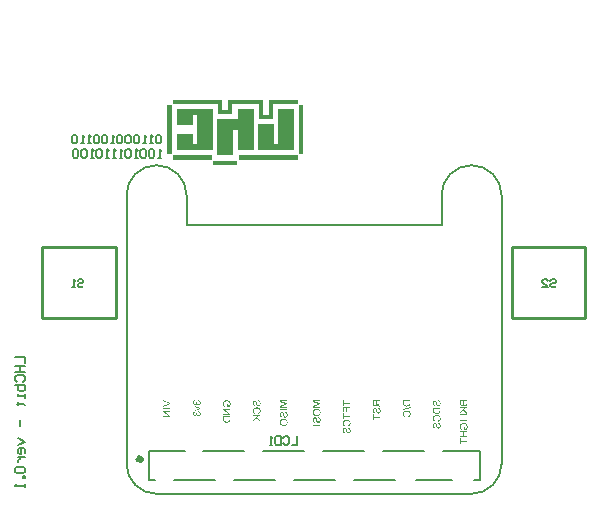
<source format=gbo>
G04*
G04 #@! TF.GenerationSoftware,Altium Limited,Altium Designer,24.1.2 (44)*
G04*
G04 Layer_Color=32896*
%FSLAX43Y43*%
%MOMM*%
G71*
G04*
G04 #@! TF.SameCoordinates,A9818493-9DB4-4393-B726-FC6D1410B1DB*
G04*
G04*
G04 #@! TF.FilePolarity,Positive*
G04*
G01*
G75*
%ADD11C,0.200*%
%ADD13C,0.254*%
%ADD15C,0.150*%
%ADD69C,0.500*%
G36*
X33234Y51331D02*
X33226D01*
Y51347D01*
X33234D01*
Y51331D01*
D02*
G37*
G36*
X33226Y51306D02*
Y51297D01*
X33217D01*
Y51322D01*
X33226D01*
Y51306D01*
D02*
G37*
G36*
X24569Y43615D02*
X22439D01*
Y42337D01*
X21218D01*
Y43615D01*
X18974D01*
Y42763D01*
X17781D01*
Y43615D01*
X13919D01*
Y43956D01*
X18122D01*
Y43104D01*
X18633D01*
Y43956D01*
X21558D01*
Y42678D01*
X22070D01*
Y43956D01*
X24569D01*
Y43615D01*
D02*
G37*
G36*
X24228Y39668D02*
X21132D01*
Y41599D01*
Y41627D01*
Y41883D01*
X22496D01*
Y40179D01*
X22865D01*
Y43189D01*
X24228D01*
Y39668D01*
D02*
G37*
G36*
X17327Y39696D02*
X17298D01*
Y39668D01*
X14260D01*
Y41031D01*
X15623D01*
Y40179D01*
X15992D01*
Y42678D01*
X15623D01*
Y41826D01*
X14260D01*
Y43189D01*
X17327D01*
Y39696D01*
D02*
G37*
G36*
X20792Y39668D02*
X19428D01*
Y41372D01*
X19400D01*
Y41400D01*
X19059D01*
Y39242D01*
X17696D01*
Y42309D01*
X19428D01*
Y43189D01*
X20792D01*
Y39668D01*
D02*
G37*
G36*
X24995Y39327D02*
X24654D01*
Y43132D01*
Y43161D01*
Y43530D01*
X24995D01*
Y39327D01*
D02*
G37*
G36*
X13834Y42337D02*
Y42309D01*
Y39327D01*
X13464D01*
Y43530D01*
X13834D01*
Y42337D01*
D02*
G37*
G36*
X24569Y38872D02*
X19514D01*
Y39242D01*
X24569D01*
Y38872D01*
D02*
G37*
G36*
X17242Y39213D02*
X17270D01*
Y38901D01*
X17242D01*
Y38872D01*
X13919D01*
Y39242D01*
X17242D01*
Y39213D01*
D02*
G37*
G36*
X19400Y38759D02*
Y38730D01*
Y38446D01*
X17355D01*
Y38787D01*
X19400D01*
Y38759D01*
D02*
G37*
G36*
X18528Y18499D02*
X18546Y18499D01*
X18562Y18497D01*
X18578Y18494D01*
X18592Y18491D01*
X18607Y18488D01*
X18620Y18484D01*
X18632Y18481D01*
X18643Y18477D01*
X18653Y18474D01*
X18661Y18470D01*
X18669Y18467D01*
X18674Y18465D01*
X18678Y18463D01*
X18681Y18462D01*
X18682Y18461D01*
X18696Y18454D01*
X18709Y18445D01*
X18721Y18436D01*
X18732Y18427D01*
X18743Y18417D01*
X18752Y18407D01*
X18761Y18397D01*
X18768Y18388D01*
X18775Y18379D01*
X18782Y18371D01*
X18786Y18363D01*
X18791Y18357D01*
X18794Y18352D01*
X18796Y18348D01*
X18797Y18345D01*
X18798Y18345D01*
X18805Y18330D01*
X18811Y18315D01*
X18817Y18300D01*
X18821Y18286D01*
X18825Y18270D01*
X18829Y18257D01*
X18831Y18243D01*
X18834Y18230D01*
X18835Y18218D01*
X18836Y18207D01*
X18837Y18198D01*
X18838Y18189D01*
X18838Y18182D01*
Y18173D01*
X18837Y18148D01*
X18834Y18123D01*
X18831Y18100D01*
X18828Y18090D01*
X18826Y18079D01*
X18824Y18070D01*
X18821Y18062D01*
X18819Y18055D01*
X18818Y18049D01*
X18816Y18044D01*
X18815Y18040D01*
X18813Y18038D01*
Y18037D01*
X18803Y18013D01*
X18791Y17989D01*
X18779Y17967D01*
X18773Y17957D01*
X18767Y17948D01*
X18761Y17940D01*
X18756Y17932D01*
X18752Y17925D01*
X18748Y17920D01*
X18744Y17915D01*
X18741Y17911D01*
X18740Y17909D01*
X18739Y17909D01*
X18501D01*
Y18180D01*
X18577D01*
Y17992D01*
X18697D01*
X18706Y18003D01*
X18714Y18015D01*
X18721Y18028D01*
X18728Y18042D01*
X18734Y18053D01*
X18736Y18058D01*
X18739Y18062D01*
X18740Y18067D01*
X18741Y18069D01*
X18742Y18071D01*
Y18071D01*
X18749Y18091D01*
X18754Y18110D01*
X18758Y18128D01*
X18760Y18144D01*
X18761Y18152D01*
X18761Y18158D01*
X18762Y18164D01*
Y18169D01*
X18763Y18173D01*
Y18178D01*
X18761Y18202D01*
X18759Y18224D01*
X18754Y18244D01*
X18752Y18254D01*
X18749Y18262D01*
X18746Y18270D01*
X18744Y18277D01*
X18741Y18283D01*
X18739Y18289D01*
X18738Y18293D01*
X18736Y18295D01*
X18735Y18298D01*
Y18298D01*
X18730Y18309D01*
X18723Y18318D01*
X18710Y18335D01*
X18696Y18350D01*
X18682Y18362D01*
X18669Y18371D01*
X18664Y18375D01*
X18660Y18378D01*
X18655Y18381D01*
X18653Y18382D01*
X18650Y18383D01*
X18650Y18384D01*
X18627Y18393D01*
X18603Y18400D01*
X18579Y18406D01*
X18556Y18409D01*
X18546Y18410D01*
X18536Y18411D01*
X18528Y18412D01*
X18520D01*
X18515Y18413D01*
X18510D01*
X18507D01*
X18506D01*
X18481Y18411D01*
X18456Y18408D01*
X18435Y18405D01*
X18424Y18403D01*
X18415Y18400D01*
X18407Y18398D01*
X18399Y18396D01*
X18393Y18394D01*
X18388Y18392D01*
X18383Y18390D01*
X18380Y18389D01*
X18378Y18388D01*
X18377D01*
X18365Y18383D01*
X18353Y18377D01*
X18342Y18370D01*
X18333Y18363D01*
X18325Y18358D01*
X18319Y18353D01*
X18316Y18350D01*
X18314Y18349D01*
X18304Y18338D01*
X18295Y18327D01*
X18286Y18316D01*
X18279Y18304D01*
X18274Y18295D01*
X18270Y18287D01*
X18269Y18284D01*
X18268Y18282D01*
X18267Y18281D01*
Y18280D01*
X18261Y18264D01*
X18257Y18247D01*
X18253Y18230D01*
X18251Y18214D01*
X18250Y18207D01*
X18250Y18200D01*
Y18194D01*
X18249Y18189D01*
Y18180D01*
X18250Y18162D01*
X18252Y18146D01*
X18255Y18131D01*
X18257Y18118D01*
X18261Y18108D01*
X18262Y18103D01*
X18264Y18099D01*
X18265Y18096D01*
X18266Y18094D01*
X18266Y18093D01*
Y18092D01*
X18273Y18078D01*
X18280Y18066D01*
X18288Y18056D01*
X18295Y18046D01*
X18302Y18040D01*
X18307Y18035D01*
X18310Y18032D01*
X18311Y18031D01*
X18323Y18024D01*
X18335Y18017D01*
X18347Y18010D01*
X18360Y18005D01*
X18371Y18001D01*
X18376Y17999D01*
X18379Y17998D01*
X18383Y17997D01*
X18386Y17996D01*
X18387Y17995D01*
X18388D01*
X18367Y17918D01*
X18344Y17925D01*
X18323Y17933D01*
X18314Y17937D01*
X18305Y17941D01*
X18298Y17945D01*
X18291Y17949D01*
X18284Y17952D01*
X18278Y17956D01*
X18273Y17959D01*
X18269Y17961D01*
X18266Y17964D01*
X18264Y17965D01*
X18263Y17966D01*
X18262Y17967D01*
X18248Y17980D01*
X18235Y17994D01*
X18225Y18008D01*
X18216Y18023D01*
X18209Y18035D01*
X18206Y18041D01*
X18204Y18046D01*
X18202Y18049D01*
X18200Y18052D01*
X18200Y18054D01*
Y18055D01*
X18192Y18076D01*
X18187Y18098D01*
X18182Y18119D01*
X18180Y18139D01*
X18179Y18148D01*
X18178Y18155D01*
X18178Y18162D01*
X18177Y18169D01*
Y18180D01*
X18178Y18198D01*
X18178Y18215D01*
X18180Y18232D01*
X18183Y18247D01*
X18186Y18262D01*
X18189Y18276D01*
X18193Y18289D01*
X18196Y18301D01*
X18200Y18311D01*
X18204Y18321D01*
X18207Y18329D01*
X18210Y18336D01*
X18213Y18342D01*
X18215Y18346D01*
X18216Y18349D01*
X18216Y18350D01*
X18224Y18363D01*
X18233Y18375D01*
X18242Y18387D01*
X18252Y18397D01*
X18262Y18408D01*
X18272Y18417D01*
X18282Y18425D01*
X18291Y18433D01*
X18301Y18439D01*
X18309Y18445D01*
X18317Y18450D01*
X18324Y18454D01*
X18329Y18457D01*
X18334Y18459D01*
X18336Y18460D01*
X18337Y18461D01*
X18352Y18468D01*
X18368Y18474D01*
X18383Y18479D01*
X18398Y18483D01*
X18427Y18490D01*
X18441Y18493D01*
X18454Y18495D01*
X18466Y18497D01*
X18477Y18498D01*
X18487Y18499D01*
X18495Y18499D01*
X18502Y18500D01*
X18507D01*
X18510D01*
X18511D01*
X18528Y18499D01*
D02*
G37*
G36*
X18828Y17703D02*
X18326D01*
X18828Y17368D01*
Y17280D01*
X18188D01*
Y17361D01*
X18691D01*
X18188Y17698D01*
Y17784D01*
X18828D01*
Y17703D01*
D02*
G37*
G36*
Y16907D02*
X18827Y16886D01*
X18827Y16867D01*
X18825Y16850D01*
X18822Y16834D01*
X18822Y16828D01*
X18821Y16823D01*
X18820Y16817D01*
X18819Y16813D01*
X18818Y16809D01*
Y16807D01*
X18818Y16806D01*
Y16805D01*
X18813Y16789D01*
X18808Y16774D01*
X18802Y16761D01*
X18797Y16750D01*
X18793Y16741D01*
X18789Y16734D01*
X18786Y16730D01*
X18786Y16729D01*
Y16728D01*
X18777Y16717D01*
X18768Y16705D01*
X18758Y16696D01*
X18748Y16687D01*
X18740Y16680D01*
X18734Y16675D01*
X18731Y16673D01*
X18729Y16671D01*
X18728Y16670D01*
X18727D01*
X18713Y16660D01*
X18698Y16652D01*
X18682Y16644D01*
X18667Y16638D01*
X18654Y16633D01*
X18648Y16631D01*
X18644Y16629D01*
X18640Y16628D01*
X18637Y16627D01*
X18635Y16626D01*
X18635D01*
X18612Y16621D01*
X18590Y16617D01*
X18569Y16613D01*
X18549Y16611D01*
X18540Y16610D01*
X18531Y16610D01*
X18524D01*
X18517Y16609D01*
X18512D01*
X18508D01*
X18506D01*
X18505D01*
X18474Y16610D01*
X18459Y16611D01*
X18445Y16613D01*
X18432Y16615D01*
X18420Y16617D01*
X18408Y16619D01*
X18397Y16622D01*
X18387Y16624D01*
X18379Y16626D01*
X18371Y16628D01*
X18365Y16631D01*
X18360Y16633D01*
X18356Y16633D01*
X18354Y16635D01*
X18353D01*
X18329Y16645D01*
X18308Y16657D01*
X18298Y16663D01*
X18289Y16669D01*
X18281Y16676D01*
X18273Y16682D01*
X18266Y16687D01*
X18261Y16693D01*
X18255Y16698D01*
X18251Y16702D01*
X18248Y16705D01*
X18246Y16708D01*
X18244Y16710D01*
X18243Y16710D01*
X18232Y16726D01*
X18222Y16741D01*
X18214Y16757D01*
X18208Y16771D01*
X18203Y16784D01*
X18202Y16790D01*
X18200Y16795D01*
X18199Y16798D01*
X18198Y16801D01*
X18198Y16803D01*
Y16804D01*
X18196Y16812D01*
X18194Y16820D01*
X18192Y16839D01*
X18190Y16857D01*
X18189Y16876D01*
X18189Y16884D01*
Y16893D01*
X18188Y16900D01*
Y17138D01*
X18828D01*
Y16907D01*
D02*
G37*
G36*
X16133Y18498D02*
X16147Y18495D01*
X16160Y18491D01*
X16173Y18487D01*
X16185Y18482D01*
X16195Y18476D01*
X16205Y18471D01*
X16214Y18465D01*
X16222Y18460D01*
X16229Y18455D01*
X16235Y18450D01*
X16240Y18446D01*
X16244Y18442D01*
X16247Y18439D01*
X16248Y18438D01*
X16249Y18437D01*
X16258Y18427D01*
X16266Y18415D01*
X16272Y18404D01*
X16278Y18392D01*
X16283Y18380D01*
X16287Y18368D01*
X16290Y18357D01*
X16293Y18346D01*
X16295Y18336D01*
X16296Y18327D01*
X16298Y18318D01*
X16298Y18311D01*
Y18305D01*
X16299Y18300D01*
Y18297D01*
X16298Y18279D01*
X16296Y18264D01*
X16294Y18248D01*
X16290Y18234D01*
X16286Y18220D01*
X16281Y18207D01*
X16276Y18196D01*
X16270Y18185D01*
X16265Y18175D01*
X16260Y18167D01*
X16255Y18160D01*
X16251Y18154D01*
X16247Y18149D01*
X16244Y18146D01*
X16242Y18144D01*
X16242Y18143D01*
X16230Y18132D01*
X16219Y18123D01*
X16207Y18114D01*
X16194Y18108D01*
X16183Y18101D01*
X16171Y18096D01*
X16160Y18092D01*
X16149Y18089D01*
X16138Y18086D01*
X16129Y18085D01*
X16121Y18083D01*
X16113Y18082D01*
X16108D01*
X16103Y18081D01*
X16100D01*
X16099D01*
X16088D01*
X16077Y18083D01*
X16057Y18086D01*
X16040Y18092D01*
X16032Y18094D01*
X16025Y18097D01*
X16018Y18100D01*
X16013Y18103D01*
X16008Y18105D01*
X16004Y18108D01*
X16001Y18110D01*
X15999Y18112D01*
X15997Y18112D01*
X15997Y18113D01*
X15982Y18126D01*
X15970Y18140D01*
X15961Y18155D01*
X15954Y18169D01*
X15948Y18182D01*
X15946Y18187D01*
X15945Y18191D01*
X15943Y18196D01*
X15943Y18198D01*
X15942Y18200D01*
Y18201D01*
X15934Y18186D01*
X15925Y18173D01*
X15916Y18161D01*
X15907Y18152D01*
X15900Y18144D01*
X15893Y18139D01*
X15889Y18136D01*
X15889Y18135D01*
X15888D01*
X15875Y18128D01*
X15862Y18122D01*
X15849Y18118D01*
X15837Y18115D01*
X15828Y18114D01*
X15819Y18112D01*
X15816D01*
X15814D01*
X15813D01*
X15812D01*
X15796Y18113D01*
X15781Y18116D01*
X15767Y18120D01*
X15755Y18124D01*
X15744Y18128D01*
X15740Y18130D01*
X15737Y18132D01*
X15734Y18134D01*
X15731Y18135D01*
X15730Y18136D01*
X15730D01*
X15716Y18146D01*
X15704Y18157D01*
X15694Y18168D01*
X15685Y18179D01*
X15678Y18189D01*
X15673Y18196D01*
X15671Y18200D01*
X15669Y18202D01*
X15669Y18203D01*
Y18204D01*
X15661Y18221D01*
X15656Y18237D01*
X15651Y18254D01*
X15649Y18268D01*
X15647Y18282D01*
X15647Y18286D01*
X15646Y18291D01*
Y18300D01*
X15647Y18314D01*
X15648Y18327D01*
X15650Y18340D01*
X15653Y18352D01*
X15656Y18363D01*
X15660Y18374D01*
X15664Y18384D01*
X15667Y18392D01*
X15672Y18400D01*
X15676Y18407D01*
X15679Y18413D01*
X15683Y18418D01*
X15685Y18422D01*
X15688Y18425D01*
X15689Y18427D01*
X15690Y18427D01*
X15698Y18436D01*
X15708Y18445D01*
X15717Y18452D01*
X15727Y18459D01*
X15737Y18465D01*
X15747Y18470D01*
X15767Y18479D01*
X15776Y18483D01*
X15785Y18485D01*
X15792Y18488D01*
X15798Y18490D01*
X15804Y18491D01*
X15808Y18492D01*
X15811Y18492D01*
X15812D01*
X15825Y18414D01*
X15805Y18410D01*
X15788Y18404D01*
X15773Y18398D01*
X15761Y18391D01*
X15751Y18386D01*
X15745Y18380D01*
X15741Y18377D01*
X15740Y18375D01*
X15730Y18363D01*
X15723Y18350D01*
X15717Y18337D01*
X15714Y18325D01*
X15712Y18314D01*
X15711Y18310D01*
Y18306D01*
X15710Y18302D01*
Y18298D01*
X15712Y18282D01*
X15715Y18267D01*
X15719Y18254D01*
X15724Y18243D01*
X15730Y18234D01*
X15735Y18228D01*
X15737Y18224D01*
X15739Y18223D01*
X15744Y18217D01*
X15750Y18213D01*
X15762Y18205D01*
X15774Y18200D01*
X15785Y18196D01*
X15796Y18194D01*
X15803Y18194D01*
X15807Y18193D01*
X15809D01*
X15810D01*
X15811D01*
X15821Y18194D01*
X15830Y18195D01*
X15839Y18196D01*
X15846Y18199D01*
X15860Y18206D01*
X15871Y18213D01*
X15880Y18221D01*
X15887Y18227D01*
X15889Y18230D01*
X15890Y18232D01*
X15891Y18233D01*
Y18234D01*
X15900Y18249D01*
X15907Y18265D01*
X15911Y18280D01*
X15914Y18294D01*
X15916Y18306D01*
X15917Y18311D01*
Y18316D01*
X15918Y18319D01*
Y18328D01*
X15917Y18332D01*
X15916Y18336D01*
Y18337D01*
X15985Y18345D01*
X15982Y18334D01*
X15980Y18322D01*
X15979Y18313D01*
X15977Y18305D01*
Y18299D01*
X15977Y18294D01*
Y18290D01*
X15977Y18280D01*
X15978Y18270D01*
X15982Y18253D01*
X15988Y18238D01*
X15994Y18225D01*
X16001Y18214D01*
X16004Y18210D01*
X16006Y18207D01*
X16009Y18204D01*
X16011Y18202D01*
X16011Y18201D01*
X16012Y18200D01*
X16019Y18194D01*
X16026Y18189D01*
X16033Y18184D01*
X16040Y18180D01*
X16055Y18173D01*
X16070Y18169D01*
X16082Y18166D01*
X16087Y18166D01*
X16092Y18165D01*
X16095Y18164D01*
X16099D01*
X16100D01*
X16101D01*
X16111Y18165D01*
X16121Y18166D01*
X16140Y18171D01*
X16156Y18176D01*
X16169Y18183D01*
X16176Y18187D01*
X16181Y18191D01*
X16185Y18194D01*
X16189Y18196D01*
X16192Y18199D01*
X16194Y18201D01*
X16195Y18202D01*
X16196Y18203D01*
X16203Y18210D01*
X16208Y18218D01*
X16213Y18225D01*
X16218Y18233D01*
X16225Y18249D01*
X16229Y18264D01*
X16232Y18277D01*
X16233Y18283D01*
X16233Y18287D01*
X16234Y18291D01*
Y18297D01*
X16233Y18313D01*
X16229Y18329D01*
X16225Y18343D01*
X16219Y18354D01*
X16214Y18364D01*
X16210Y18371D01*
X16208Y18373D01*
X16206Y18375D01*
X16205Y18376D01*
Y18377D01*
X16199Y18382D01*
X16192Y18388D01*
X16178Y18397D01*
X16162Y18405D01*
X16146Y18411D01*
X16131Y18416D01*
X16125Y18417D01*
X16119Y18419D01*
X16115Y18420D01*
X16111Y18421D01*
X16109Y18422D01*
X16108D01*
X16119Y18500D01*
X16133Y18498D01*
D02*
G37*
G36*
X16288Y17854D02*
Y17780D01*
X15824Y17603D01*
Y17685D01*
X16108Y17788D01*
X16126Y17795D01*
X16143Y17800D01*
X16158Y17805D01*
X16171Y17809D01*
X16181Y17813D01*
X16185Y17814D01*
X16190Y17815D01*
X16192Y17816D01*
X16194Y17816D01*
X16195Y17817D01*
X16196D01*
X16178Y17823D01*
X16160Y17827D01*
X16144Y17832D01*
X16131Y17837D01*
X16119Y17841D01*
X16114Y17843D01*
X16110Y17844D01*
X16106Y17845D01*
X16104Y17846D01*
X16103Y17847D01*
X16102D01*
X15824Y17947D01*
Y18030D01*
X16288Y17854D01*
D02*
G37*
G36*
X16133Y17553D02*
X16147Y17551D01*
X16160Y17547D01*
X16173Y17542D01*
X16185Y17538D01*
X16195Y17532D01*
X16205Y17526D01*
X16214Y17521D01*
X16222Y17515D01*
X16229Y17510D01*
X16235Y17506D01*
X16240Y17501D01*
X16244Y17497D01*
X16247Y17495D01*
X16248Y17493D01*
X16249Y17492D01*
X16258Y17482D01*
X16266Y17470D01*
X16272Y17459D01*
X16278Y17447D01*
X16283Y17436D01*
X16287Y17424D01*
X16290Y17413D01*
X16293Y17402D01*
X16295Y17391D01*
X16296Y17382D01*
X16298Y17374D01*
X16298Y17366D01*
Y17361D01*
X16299Y17356D01*
Y17352D01*
X16298Y17335D01*
X16296Y17319D01*
X16294Y17304D01*
X16290Y17289D01*
X16286Y17275D01*
X16281Y17263D01*
X16276Y17251D01*
X16270Y17241D01*
X16265Y17231D01*
X16260Y17223D01*
X16255Y17215D01*
X16251Y17210D01*
X16247Y17205D01*
X16244Y17201D01*
X16242Y17199D01*
X16242Y17198D01*
X16230Y17187D01*
X16219Y17178D01*
X16207Y17170D01*
X16194Y17163D01*
X16183Y17157D01*
X16171Y17152D01*
X16160Y17148D01*
X16149Y17144D01*
X16138Y17142D01*
X16129Y17140D01*
X16121Y17139D01*
X16113Y17137D01*
X16108D01*
X16103Y17137D01*
X16100D01*
X16099D01*
X16088D01*
X16077Y17138D01*
X16057Y17142D01*
X16040Y17147D01*
X16032Y17150D01*
X16025Y17153D01*
X16018Y17155D01*
X16013Y17158D01*
X16008Y17161D01*
X16004Y17164D01*
X16001Y17166D01*
X15999Y17167D01*
X15997Y17168D01*
X15997Y17169D01*
X15982Y17181D01*
X15970Y17196D01*
X15961Y17210D01*
X15954Y17224D01*
X15948Y17237D01*
X15946Y17243D01*
X15945Y17247D01*
X15943Y17251D01*
X15943Y17254D01*
X15942Y17256D01*
Y17257D01*
X15934Y17241D01*
X15925Y17228D01*
X15916Y17216D01*
X15907Y17207D01*
X15900Y17200D01*
X15893Y17195D01*
X15889Y17192D01*
X15889Y17191D01*
X15888D01*
X15875Y17183D01*
X15862Y17178D01*
X15849Y17173D01*
X15837Y17171D01*
X15828Y17169D01*
X15819Y17168D01*
X15816D01*
X15814D01*
X15813D01*
X15812D01*
X15796Y17169D01*
X15781Y17171D01*
X15767Y17176D01*
X15755Y17180D01*
X15744Y17184D01*
X15740Y17186D01*
X15737Y17188D01*
X15734Y17189D01*
X15731Y17191D01*
X15730Y17192D01*
X15730D01*
X15716Y17201D01*
X15704Y17212D01*
X15694Y17223D01*
X15685Y17235D01*
X15678Y17244D01*
X15673Y17252D01*
X15671Y17255D01*
X15669Y17257D01*
X15669Y17259D01*
Y17259D01*
X15661Y17276D01*
X15656Y17293D01*
X15651Y17309D01*
X15649Y17324D01*
X15647Y17337D01*
X15647Y17342D01*
X15646Y17347D01*
Y17356D01*
X15647Y17370D01*
X15648Y17383D01*
X15650Y17395D01*
X15653Y17408D01*
X15656Y17419D01*
X15660Y17429D01*
X15664Y17439D01*
X15667Y17447D01*
X15672Y17456D01*
X15676Y17463D01*
X15679Y17468D01*
X15683Y17474D01*
X15685Y17477D01*
X15688Y17481D01*
X15689Y17482D01*
X15690Y17483D01*
X15698Y17492D01*
X15708Y17500D01*
X15717Y17508D01*
X15727Y17515D01*
X15737Y17521D01*
X15747Y17526D01*
X15767Y17535D01*
X15776Y17538D01*
X15785Y17541D01*
X15792Y17543D01*
X15798Y17545D01*
X15804Y17547D01*
X15808Y17547D01*
X15811Y17548D01*
X15812D01*
X15825Y17470D01*
X15805Y17465D01*
X15788Y17460D01*
X15773Y17454D01*
X15761Y17447D01*
X15751Y17441D01*
X15745Y17436D01*
X15741Y17432D01*
X15740Y17431D01*
X15730Y17418D01*
X15723Y17406D01*
X15717Y17393D01*
X15714Y17381D01*
X15712Y17370D01*
X15711Y17366D01*
Y17361D01*
X15710Y17358D01*
Y17354D01*
X15712Y17337D01*
X15715Y17323D01*
X15719Y17309D01*
X15724Y17298D01*
X15730Y17290D01*
X15735Y17284D01*
X15737Y17280D01*
X15739Y17278D01*
X15744Y17273D01*
X15750Y17268D01*
X15762Y17261D01*
X15774Y17255D01*
X15785Y17252D01*
X15796Y17250D01*
X15803Y17249D01*
X15807Y17248D01*
X15809D01*
X15810D01*
X15811D01*
X15821Y17249D01*
X15830Y17250D01*
X15839Y17252D01*
X15846Y17255D01*
X15860Y17262D01*
X15871Y17268D01*
X15880Y17276D01*
X15887Y17283D01*
X15889Y17286D01*
X15890Y17287D01*
X15891Y17289D01*
Y17289D01*
X15900Y17305D01*
X15907Y17320D01*
X15911Y17336D01*
X15914Y17350D01*
X15916Y17361D01*
X15917Y17366D01*
Y17371D01*
X15918Y17375D01*
Y17384D01*
X15917Y17388D01*
X15916Y17391D01*
Y17393D01*
X15985Y17401D01*
X15982Y17389D01*
X15980Y17378D01*
X15979Y17369D01*
X15977Y17361D01*
Y17354D01*
X15977Y17350D01*
Y17345D01*
X15977Y17336D01*
X15978Y17326D01*
X15982Y17309D01*
X15988Y17293D01*
X15994Y17280D01*
X16001Y17270D01*
X16004Y17266D01*
X16006Y17262D01*
X16009Y17259D01*
X16011Y17257D01*
X16011Y17257D01*
X16012Y17256D01*
X16019Y17250D01*
X16026Y17244D01*
X16033Y17239D01*
X16040Y17235D01*
X16055Y17229D01*
X16070Y17224D01*
X16082Y17222D01*
X16087Y17221D01*
X16092Y17221D01*
X16095Y17220D01*
X16099D01*
X16100D01*
X16101D01*
X16111Y17221D01*
X16121Y17221D01*
X16140Y17226D01*
X16156Y17232D01*
X16169Y17239D01*
X16176Y17243D01*
X16181Y17246D01*
X16185Y17249D01*
X16189Y17252D01*
X16192Y17255D01*
X16194Y17257D01*
X16195Y17257D01*
X16196Y17258D01*
X16203Y17266D01*
X16208Y17273D01*
X16213Y17281D01*
X16218Y17289D01*
X16225Y17305D01*
X16229Y17320D01*
X16232Y17332D01*
X16233Y17339D01*
X16233Y17343D01*
X16234Y17347D01*
Y17352D01*
X16233Y17369D01*
X16229Y17385D01*
X16225Y17398D01*
X16219Y17410D01*
X16214Y17420D01*
X16210Y17427D01*
X16208Y17429D01*
X16206Y17431D01*
X16205Y17431D01*
Y17432D01*
X16199Y17438D01*
X16192Y17443D01*
X16178Y17453D01*
X16162Y17461D01*
X16146Y17467D01*
X16131Y17472D01*
X16125Y17473D01*
X16119Y17474D01*
X16115Y17476D01*
X16111Y17477D01*
X16109Y17477D01*
X16108D01*
X16119Y17556D01*
X16133Y17553D01*
D02*
G37*
G36*
X21174Y18499D02*
X21186Y18498D01*
X21207Y18494D01*
X21227Y18488D01*
X21236Y18485D01*
X21244Y18482D01*
X21251Y18479D01*
X21258Y18476D01*
X21264Y18473D01*
X21269Y18470D01*
X21273Y18468D01*
X21276Y18467D01*
X21277Y18466D01*
X21278Y18465D01*
X21296Y18452D01*
X21311Y18437D01*
X21324Y18422D01*
X21335Y18407D01*
X21343Y18394D01*
X21346Y18388D01*
X21349Y18384D01*
X21351Y18379D01*
X21352Y18377D01*
X21353Y18374D01*
Y18374D01*
X21362Y18350D01*
X21368Y18326D01*
X21372Y18302D01*
X21375Y18279D01*
X21376Y18268D01*
X21377Y18258D01*
X21378Y18250D01*
Y18242D01*
X21378Y18236D01*
Y18227D01*
X21377Y18203D01*
X21374Y18180D01*
X21371Y18159D01*
X21368Y18149D01*
X21366Y18141D01*
X21364Y18132D01*
X21361Y18126D01*
X21359Y18119D01*
X21358Y18114D01*
X21356Y18110D01*
X21355Y18108D01*
X21353Y18105D01*
Y18105D01*
X21343Y18085D01*
X21332Y18069D01*
X21320Y18054D01*
X21309Y18042D01*
X21299Y18033D01*
X21291Y18026D01*
X21288Y18024D01*
X21285Y18022D01*
X21284Y18021D01*
X21283D01*
X21275Y18015D01*
X21266Y18011D01*
X21249Y18004D01*
X21233Y17998D01*
X21219Y17994D01*
X21206Y17992D01*
X21201Y17992D01*
X21196D01*
X21193Y17991D01*
X21190D01*
X21188D01*
X21188D01*
X21169Y17992D01*
X21152Y17995D01*
X21136Y17999D01*
X21123Y18004D01*
X21112Y18010D01*
X21107Y18012D01*
X21104Y18014D01*
X21101Y18015D01*
X21099Y18017D01*
X21098Y18018D01*
X21097D01*
X21090Y18024D01*
X21083Y18029D01*
X21070Y18042D01*
X21059Y18056D01*
X21050Y18069D01*
X21042Y18081D01*
X21039Y18087D01*
X21037Y18092D01*
X21034Y18095D01*
X21033Y18098D01*
X21032Y18100D01*
Y18101D01*
X21028Y18108D01*
X21025Y18118D01*
X21021Y18128D01*
X21018Y18139D01*
X21012Y18162D01*
X21005Y18186D01*
X21002Y18197D01*
X21000Y18207D01*
X20997Y18217D01*
X20996Y18225D01*
X20994Y18232D01*
X20992Y18237D01*
X20991Y18241D01*
Y18242D01*
X20987Y18261D01*
X20982Y18277D01*
X20978Y18292D01*
X20974Y18306D01*
X20970Y18318D01*
X20967Y18328D01*
X20963Y18337D01*
X20960Y18345D01*
X20956Y18351D01*
X20953Y18356D01*
X20951Y18361D01*
X20949Y18364D01*
X20947Y18367D01*
X20946Y18368D01*
X20945Y18370D01*
X20936Y18378D01*
X20927Y18384D01*
X20917Y18388D01*
X20908Y18391D01*
X20901Y18393D01*
X20894Y18393D01*
X20890Y18394D01*
X20890D01*
X20889D01*
X20881Y18393D01*
X20874Y18393D01*
X20862Y18388D01*
X20850Y18383D01*
X20840Y18377D01*
X20832Y18370D01*
X20826Y18365D01*
X20822Y18361D01*
X20821Y18360D01*
Y18359D01*
X20816Y18352D01*
X20811Y18344D01*
X20804Y18327D01*
X20799Y18309D01*
X20796Y18290D01*
X20795Y18282D01*
X20794Y18273D01*
X20793Y18266D01*
Y18260D01*
X20792Y18255D01*
Y18234D01*
X20794Y18222D01*
X20795Y18210D01*
X20797Y18199D01*
X20799Y18189D01*
X20802Y18180D01*
X20805Y18172D01*
X20808Y18164D01*
X20811Y18158D01*
X20814Y18153D01*
X20817Y18148D01*
X20819Y18144D01*
X20821Y18141D01*
X20822Y18138D01*
X20823Y18137D01*
X20824Y18137D01*
X20830Y18130D01*
X20836Y18123D01*
X20851Y18114D01*
X20866Y18105D01*
X20881Y18100D01*
X20894Y18096D01*
X20899Y18094D01*
X20905Y18093D01*
X20909Y18092D01*
X20912D01*
X20914Y18092D01*
X20914D01*
X20908Y18010D01*
X20887Y18013D01*
X20869Y18017D01*
X20851Y18022D01*
X20837Y18027D01*
X20831Y18031D01*
X20824Y18033D01*
X20819Y18035D01*
X20815Y18037D01*
X20812Y18040D01*
X20810Y18041D01*
X20808Y18042D01*
X20808Y18042D01*
X20792Y18054D01*
X20779Y18067D01*
X20767Y18081D01*
X20757Y18095D01*
X20750Y18107D01*
X20747Y18112D01*
X20745Y18117D01*
X20743Y18120D01*
X20742Y18123D01*
X20740Y18125D01*
Y18126D01*
X20733Y18146D01*
X20727Y18168D01*
X20722Y18189D01*
X20720Y18209D01*
X20719Y18218D01*
X20718Y18225D01*
X20718Y18233D01*
X20717Y18239D01*
Y18251D01*
X20718Y18275D01*
X20720Y18297D01*
X20724Y18316D01*
X20726Y18325D01*
X20728Y18334D01*
X20730Y18341D01*
X20732Y18348D01*
X20734Y18354D01*
X20736Y18359D01*
X20737Y18363D01*
X20738Y18366D01*
X20739Y18368D01*
Y18368D01*
X20748Y18387D01*
X20758Y18403D01*
X20769Y18417D01*
X20779Y18428D01*
X20789Y18437D01*
X20797Y18444D01*
X20799Y18446D01*
X20801Y18447D01*
X20803Y18449D01*
X20804D01*
X20819Y18458D01*
X20835Y18465D01*
X20850Y18469D01*
X20864Y18472D01*
X20876Y18474D01*
X20881Y18475D01*
X20885D01*
X20889Y18476D01*
X20892D01*
X20893D01*
X20894D01*
X20910Y18475D01*
X20925Y18472D01*
X20939Y18469D01*
X20951Y18465D01*
X20960Y18460D01*
X20968Y18457D01*
X20971Y18456D01*
X20973Y18454D01*
X20973Y18454D01*
X20974D01*
X20987Y18445D01*
X20998Y18433D01*
X21008Y18422D01*
X21017Y18411D01*
X21024Y18401D01*
X21029Y18393D01*
X21030Y18389D01*
X21032Y18387D01*
X21033Y18386D01*
Y18385D01*
X21037Y18378D01*
X21040Y18370D01*
X21043Y18361D01*
X21047Y18351D01*
X21054Y18331D01*
X21060Y18310D01*
X21063Y18300D01*
X21066Y18292D01*
X21068Y18284D01*
X21070Y18276D01*
X21071Y18270D01*
X21073Y18266D01*
X21073Y18263D01*
Y18262D01*
X21077Y18246D01*
X21081Y18232D01*
X21084Y18219D01*
X21087Y18207D01*
X21090Y18197D01*
X21092Y18187D01*
X21095Y18180D01*
X21097Y18172D01*
X21098Y18166D01*
X21100Y18161D01*
X21102Y18157D01*
X21102Y18154D01*
X21103Y18151D01*
X21104Y18150D01*
X21104Y18148D01*
X21111Y18135D01*
X21117Y18123D01*
X21123Y18112D01*
X21129Y18105D01*
X21134Y18099D01*
X21138Y18094D01*
X21141Y18092D01*
X21142Y18091D01*
X21150Y18085D01*
X21159Y18080D01*
X21168Y18077D01*
X21177Y18075D01*
X21184Y18074D01*
X21190Y18073D01*
X21193D01*
X21194D01*
X21195D01*
X21205Y18074D01*
X21215Y18076D01*
X21224Y18079D01*
X21233Y18082D01*
X21240Y18085D01*
X21245Y18089D01*
X21248Y18091D01*
X21249Y18092D01*
X21258Y18099D01*
X21266Y18108D01*
X21273Y18117D01*
X21279Y18126D01*
X21283Y18135D01*
X21286Y18141D01*
X21288Y18144D01*
X21288Y18146D01*
X21289Y18146D01*
Y18147D01*
X21294Y18161D01*
X21297Y18175D01*
X21299Y18190D01*
X21301Y18203D01*
X21302Y18214D01*
Y18219D01*
X21303Y18223D01*
Y18232D01*
X21302Y18252D01*
X21300Y18270D01*
X21297Y18287D01*
X21293Y18302D01*
X21292Y18308D01*
X21290Y18313D01*
X21288Y18318D01*
X21287Y18322D01*
X21285Y18326D01*
X21285Y18328D01*
X21284Y18329D01*
Y18330D01*
X21276Y18345D01*
X21268Y18359D01*
X21261Y18370D01*
X21252Y18379D01*
X21245Y18386D01*
X21240Y18390D01*
X21236Y18394D01*
X21235Y18395D01*
X21222Y18402D01*
X21209Y18407D01*
X21196Y18411D01*
X21184Y18415D01*
X21172Y18417D01*
X21168Y18418D01*
X21163Y18419D01*
X21160Y18420D01*
X21157Y18420D01*
X21156D01*
X21155D01*
X21162Y18500D01*
X21174Y18499D01*
D02*
G37*
G36*
X21060Y17899D02*
X21077Y17899D01*
X21109Y17895D01*
X21124Y17893D01*
X21138Y17890D01*
X21151Y17886D01*
X21163Y17884D01*
X21175Y17880D01*
X21185Y17877D01*
X21193Y17875D01*
X21201Y17872D01*
X21206Y17870D01*
X21211Y17868D01*
X21214Y17868D01*
X21215Y17867D01*
X21229Y17860D01*
X21243Y17853D01*
X21256Y17845D01*
X21267Y17837D01*
X21279Y17829D01*
X21288Y17821D01*
X21297Y17813D01*
X21306Y17805D01*
X21313Y17798D01*
X21319Y17791D01*
X21324Y17784D01*
X21329Y17779D01*
X21333Y17775D01*
X21335Y17771D01*
X21336Y17769D01*
X21337Y17768D01*
X21344Y17756D01*
X21351Y17743D01*
X21356Y17729D01*
X21361Y17714D01*
X21365Y17700D01*
X21368Y17687D01*
X21371Y17673D01*
X21373Y17660D01*
X21375Y17647D01*
X21376Y17636D01*
X21377Y17626D01*
X21378Y17617D01*
X21378Y17610D01*
Y17600D01*
X21378Y17581D01*
X21376Y17564D01*
X21374Y17547D01*
X21370Y17531D01*
X21366Y17516D01*
X21361Y17502D01*
X21356Y17490D01*
X21351Y17478D01*
X21347Y17467D01*
X21342Y17458D01*
X21337Y17449D01*
X21333Y17443D01*
X21329Y17438D01*
X21326Y17434D01*
X21325Y17431D01*
X21324Y17431D01*
X21313Y17418D01*
X21301Y17406D01*
X21289Y17396D01*
X21276Y17386D01*
X21263Y17377D01*
X21249Y17370D01*
X21237Y17363D01*
X21224Y17357D01*
X21212Y17351D01*
X21201Y17347D01*
X21190Y17343D01*
X21182Y17340D01*
X21175Y17337D01*
X21170Y17336D01*
X21166Y17334D01*
X21165D01*
X21143Y17419D01*
X21158Y17422D01*
X21172Y17427D01*
X21185Y17432D01*
X21197Y17437D01*
X21208Y17443D01*
X21218Y17448D01*
X21227Y17454D01*
X21235Y17459D01*
X21242Y17465D01*
X21248Y17470D01*
X21254Y17474D01*
X21258Y17478D01*
X21261Y17481D01*
X21263Y17484D01*
X21265Y17486D01*
X21265Y17486D01*
X21272Y17496D01*
X21279Y17506D01*
X21284Y17515D01*
X21289Y17526D01*
X21293Y17536D01*
X21297Y17546D01*
X21301Y17565D01*
X21303Y17574D01*
X21304Y17582D01*
X21305Y17589D01*
X21306Y17595D01*
X21306Y17600D01*
Y17607D01*
X21306Y17618D01*
X21305Y17628D01*
X21301Y17648D01*
X21297Y17667D01*
X21291Y17683D01*
X21288Y17690D01*
X21286Y17696D01*
X21283Y17702D01*
X21281Y17707D01*
X21279Y17711D01*
X21278Y17714D01*
X21276Y17715D01*
Y17716D01*
X21270Y17725D01*
X21264Y17733D01*
X21249Y17748D01*
X21235Y17761D01*
X21220Y17771D01*
X21206Y17779D01*
X21201Y17782D01*
X21195Y17785D01*
X21191Y17786D01*
X21188Y17788D01*
X21186Y17789D01*
X21186D01*
X21162Y17797D01*
X21138Y17803D01*
X21114Y17807D01*
X21102Y17809D01*
X21091Y17810D01*
X21081Y17811D01*
X21072Y17811D01*
X21064Y17812D01*
X21057D01*
X21050Y17813D01*
X21046D01*
X21043D01*
X21043D01*
X21019Y17812D01*
X20997Y17810D01*
X20976Y17807D01*
X20967Y17805D01*
X20957Y17803D01*
X20950Y17801D01*
X20942Y17800D01*
X20936Y17798D01*
X20930Y17796D01*
X20926Y17795D01*
X20923Y17794D01*
X20921Y17793D01*
X20920D01*
X20899Y17784D01*
X20880Y17774D01*
X20864Y17763D01*
X20857Y17757D01*
X20850Y17751D01*
X20844Y17746D01*
X20840Y17741D01*
X20835Y17736D01*
X20831Y17732D01*
X20829Y17729D01*
X20826Y17726D01*
X20826Y17725D01*
X20825Y17724D01*
X20819Y17714D01*
X20813Y17705D01*
X20808Y17694D01*
X20804Y17684D01*
X20798Y17663D01*
X20793Y17643D01*
X20792Y17635D01*
X20791Y17626D01*
X20790Y17619D01*
X20790Y17612D01*
X20789Y17607D01*
Y17588D01*
X20790Y17577D01*
X20794Y17556D01*
X20799Y17538D01*
X20802Y17531D01*
X20805Y17523D01*
X20808Y17516D01*
X20810Y17510D01*
X20813Y17506D01*
X20816Y17501D01*
X20818Y17498D01*
X20819Y17496D01*
X20820Y17495D01*
X20821Y17494D01*
X20827Y17486D01*
X20834Y17479D01*
X20850Y17466D01*
X20867Y17454D01*
X20884Y17445D01*
X20899Y17438D01*
X20905Y17435D01*
X20911Y17433D01*
X20916Y17431D01*
X20920Y17430D01*
X20922Y17429D01*
X20923D01*
X20903Y17345D01*
X20887Y17351D01*
X20872Y17357D01*
X20858Y17363D01*
X20844Y17371D01*
X20832Y17378D01*
X20821Y17386D01*
X20810Y17393D01*
X20801Y17401D01*
X20793Y17409D01*
X20786Y17415D01*
X20780Y17421D01*
X20775Y17427D01*
X20771Y17431D01*
X20768Y17434D01*
X20767Y17436D01*
X20766Y17437D01*
X20757Y17449D01*
X20750Y17463D01*
X20743Y17476D01*
X20738Y17490D01*
X20733Y17504D01*
X20729Y17517D01*
X20726Y17530D01*
X20723Y17542D01*
X20721Y17554D01*
X20720Y17565D01*
X20718Y17574D01*
X20718Y17583D01*
X20717Y17590D01*
Y17599D01*
X20718Y17615D01*
X20718Y17630D01*
X20723Y17658D01*
X20726Y17672D01*
X20729Y17685D01*
X20733Y17697D01*
X20736Y17708D01*
X20740Y17718D01*
X20743Y17727D01*
X20747Y17735D01*
X20749Y17741D01*
X20752Y17747D01*
X20754Y17750D01*
X20755Y17753D01*
X20756Y17754D01*
X20763Y17766D01*
X20772Y17779D01*
X20781Y17790D01*
X20790Y17800D01*
X20799Y17810D01*
X20808Y17819D01*
X20818Y17827D01*
X20826Y17834D01*
X20835Y17841D01*
X20843Y17846D01*
X20850Y17851D01*
X20856Y17855D01*
X20862Y17858D01*
X20865Y17860D01*
X20868Y17861D01*
X20869Y17862D01*
X20883Y17869D01*
X20898Y17875D01*
X20912Y17879D01*
X20927Y17884D01*
X20957Y17891D01*
X20971Y17893D01*
X20984Y17895D01*
X20996Y17897D01*
X21007Y17898D01*
X21018Y17899D01*
X21027Y17899D01*
X21034Y17900D01*
X21039D01*
X21042D01*
X21043D01*
X21060Y17899D01*
D02*
G37*
G36*
X21368Y17149D02*
X21146D01*
X21045Y17045D01*
X21368Y16817D01*
Y16705D01*
X20987Y16985D01*
X20728Y16717D01*
Y16832D01*
X21045Y17149D01*
X20728D01*
Y17234D01*
X21368D01*
Y17149D01*
D02*
G37*
G36*
X23654Y18418D02*
X23109D01*
X23654Y18234D01*
Y18157D01*
X23118Y17970D01*
X23654D01*
Y17888D01*
X23014D01*
Y18003D01*
X23459Y18157D01*
X23472Y18161D01*
X23483Y18165D01*
X23494Y18169D01*
X23504Y18172D01*
X23513Y18175D01*
X23522Y18178D01*
X23529Y18180D01*
X23536Y18182D01*
X23542Y18184D01*
X23547Y18186D01*
X23551Y18187D01*
X23556Y18189D01*
X23558Y18189D01*
X23560Y18190D01*
X23561Y18191D01*
X23562D01*
X23556Y18193D01*
X23549Y18195D01*
X23534Y18200D01*
X23518Y18205D01*
X23503Y18209D01*
X23489Y18214D01*
X23483Y18216D01*
X23478Y18218D01*
X23474Y18219D01*
X23470Y18221D01*
X23468Y18221D01*
X23467D01*
X23014Y18373D01*
Y18500D01*
X23654D01*
Y18418D01*
D02*
G37*
G36*
Y17653D02*
X23014D01*
Y17738D01*
X23654D01*
Y17653D01*
D02*
G37*
G36*
X23460Y17531D02*
X23472Y17530D01*
X23493Y17526D01*
X23513Y17520D01*
X23522Y17517D01*
X23530Y17514D01*
X23538Y17511D01*
X23544Y17508D01*
X23550Y17505D01*
X23555Y17502D01*
X23559Y17500D01*
X23562Y17499D01*
X23563Y17498D01*
X23564Y17497D01*
X23582Y17484D01*
X23597Y17469D01*
X23610Y17454D01*
X23621Y17439D01*
X23629Y17426D01*
X23632Y17420D01*
X23635Y17415D01*
X23637Y17411D01*
X23638Y17409D01*
X23639Y17406D01*
Y17406D01*
X23648Y17382D01*
X23654Y17358D01*
X23658Y17334D01*
X23661Y17311D01*
X23662Y17300D01*
X23663Y17290D01*
X23664Y17282D01*
Y17274D01*
X23664Y17268D01*
Y17259D01*
X23663Y17235D01*
X23660Y17212D01*
X23657Y17191D01*
X23654Y17181D01*
X23652Y17173D01*
X23650Y17164D01*
X23647Y17158D01*
X23645Y17151D01*
X23644Y17146D01*
X23642Y17142D01*
X23641Y17140D01*
X23639Y17137D01*
Y17137D01*
X23629Y17117D01*
X23618Y17101D01*
X23606Y17086D01*
X23595Y17074D01*
X23585Y17065D01*
X23577Y17058D01*
X23574Y17056D01*
X23571Y17054D01*
X23570Y17053D01*
X23569D01*
X23561Y17047D01*
X23552Y17043D01*
X23535Y17035D01*
X23519Y17030D01*
X23505Y17026D01*
X23492Y17024D01*
X23487Y17024D01*
X23482D01*
X23479Y17023D01*
X23476D01*
X23474D01*
X23474D01*
X23455Y17024D01*
X23438Y17027D01*
X23422Y17031D01*
X23409Y17036D01*
X23398Y17042D01*
X23393Y17044D01*
X23390Y17046D01*
X23387Y17047D01*
X23385Y17049D01*
X23384Y17050D01*
X23383D01*
X23376Y17056D01*
X23369Y17061D01*
X23356Y17074D01*
X23345Y17087D01*
X23336Y17101D01*
X23328Y17113D01*
X23325Y17119D01*
X23323Y17124D01*
X23320Y17127D01*
X23319Y17130D01*
X23318Y17132D01*
Y17133D01*
X23314Y17140D01*
X23311Y17150D01*
X23307Y17160D01*
X23304Y17171D01*
X23298Y17194D01*
X23291Y17218D01*
X23288Y17229D01*
X23286Y17239D01*
X23283Y17249D01*
X23282Y17257D01*
X23280Y17264D01*
X23278Y17269D01*
X23277Y17273D01*
Y17274D01*
X23273Y17293D01*
X23268Y17309D01*
X23264Y17324D01*
X23260Y17338D01*
X23256Y17350D01*
X23253Y17360D01*
X23249Y17369D01*
X23246Y17377D01*
X23242Y17383D01*
X23239Y17388D01*
X23237Y17393D01*
X23235Y17396D01*
X23233Y17399D01*
X23232Y17400D01*
X23231Y17402D01*
X23222Y17410D01*
X23213Y17415D01*
X23203Y17420D01*
X23194Y17423D01*
X23187Y17425D01*
X23180Y17425D01*
X23176Y17426D01*
X23176D01*
X23175D01*
X23167Y17425D01*
X23160Y17425D01*
X23148Y17420D01*
X23136Y17415D01*
X23126Y17409D01*
X23118Y17402D01*
X23112Y17397D01*
X23108Y17393D01*
X23107Y17392D01*
Y17391D01*
X23102Y17384D01*
X23097Y17376D01*
X23090Y17359D01*
X23085Y17341D01*
X23082Y17322D01*
X23081Y17314D01*
X23080Y17305D01*
X23079Y17298D01*
Y17292D01*
X23078Y17287D01*
Y17266D01*
X23080Y17254D01*
X23081Y17242D01*
X23083Y17231D01*
X23085Y17221D01*
X23088Y17212D01*
X23091Y17204D01*
X23094Y17196D01*
X23097Y17190D01*
X23100Y17185D01*
X23103Y17180D01*
X23105Y17176D01*
X23107Y17173D01*
X23108Y17170D01*
X23109Y17169D01*
X23110Y17169D01*
X23116Y17162D01*
X23122Y17155D01*
X23137Y17146D01*
X23152Y17137D01*
X23167Y17132D01*
X23180Y17128D01*
X23185Y17126D01*
X23191Y17125D01*
X23195Y17124D01*
X23198D01*
X23200Y17124D01*
X23201D01*
X23194Y17042D01*
X23173Y17045D01*
X23155Y17049D01*
X23137Y17054D01*
X23123Y17059D01*
X23117Y17063D01*
X23110Y17065D01*
X23105Y17067D01*
X23101Y17069D01*
X23098Y17072D01*
X23096Y17073D01*
X23094Y17074D01*
X23094Y17074D01*
X23078Y17086D01*
X23065Y17099D01*
X23053Y17113D01*
X23043Y17127D01*
X23036Y17139D01*
X23033Y17144D01*
X23031Y17149D01*
X23029Y17152D01*
X23028Y17155D01*
X23026Y17157D01*
Y17158D01*
X23019Y17178D01*
X23013Y17200D01*
X23008Y17221D01*
X23006Y17241D01*
X23005Y17250D01*
X23004Y17257D01*
X23004Y17265D01*
X23003Y17271D01*
Y17283D01*
X23004Y17307D01*
X23006Y17329D01*
X23010Y17348D01*
X23012Y17357D01*
X23014Y17366D01*
X23016Y17373D01*
X23018Y17380D01*
X23020Y17386D01*
X23022Y17391D01*
X23023Y17395D01*
X23024Y17398D01*
X23025Y17400D01*
Y17400D01*
X23034Y17419D01*
X23044Y17435D01*
X23055Y17449D01*
X23065Y17460D01*
X23075Y17469D01*
X23083Y17476D01*
X23085Y17478D01*
X23087Y17479D01*
X23089Y17481D01*
X23090D01*
X23105Y17490D01*
X23121Y17497D01*
X23136Y17501D01*
X23150Y17504D01*
X23162Y17506D01*
X23167Y17507D01*
X23171D01*
X23175Y17508D01*
X23178D01*
X23179D01*
X23180D01*
X23196Y17507D01*
X23211Y17504D01*
X23225Y17501D01*
X23237Y17497D01*
X23246Y17492D01*
X23254Y17489D01*
X23257Y17488D01*
X23259Y17486D01*
X23259Y17486D01*
X23260D01*
X23273Y17477D01*
X23284Y17465D01*
X23294Y17454D01*
X23303Y17443D01*
X23310Y17433D01*
X23315Y17425D01*
X23316Y17421D01*
X23318Y17419D01*
X23319Y17418D01*
Y17417D01*
X23323Y17410D01*
X23326Y17402D01*
X23329Y17393D01*
X23333Y17383D01*
X23340Y17363D01*
X23346Y17342D01*
X23349Y17332D01*
X23352Y17324D01*
X23354Y17316D01*
X23356Y17308D01*
X23357Y17302D01*
X23359Y17298D01*
X23359Y17295D01*
Y17294D01*
X23363Y17278D01*
X23367Y17264D01*
X23370Y17251D01*
X23373Y17239D01*
X23376Y17229D01*
X23378Y17219D01*
X23381Y17212D01*
X23383Y17204D01*
X23384Y17198D01*
X23386Y17193D01*
X23388Y17189D01*
X23388Y17186D01*
X23389Y17183D01*
X23390Y17182D01*
X23390Y17180D01*
X23397Y17167D01*
X23403Y17155D01*
X23409Y17144D01*
X23415Y17137D01*
X23420Y17131D01*
X23424Y17126D01*
X23427Y17124D01*
X23428Y17123D01*
X23436Y17117D01*
X23445Y17112D01*
X23454Y17109D01*
X23463Y17107D01*
X23470Y17106D01*
X23476Y17105D01*
X23479D01*
X23480D01*
X23481D01*
X23491Y17106D01*
X23501Y17108D01*
X23510Y17111D01*
X23519Y17114D01*
X23526Y17117D01*
X23531Y17121D01*
X23534Y17123D01*
X23535Y17124D01*
X23544Y17131D01*
X23552Y17140D01*
X23559Y17149D01*
X23565Y17158D01*
X23569Y17167D01*
X23572Y17173D01*
X23574Y17176D01*
X23574Y17178D01*
X23575Y17178D01*
Y17179D01*
X23580Y17193D01*
X23583Y17207D01*
X23585Y17222D01*
X23587Y17235D01*
X23588Y17246D01*
Y17251D01*
X23589Y17255D01*
Y17264D01*
X23588Y17284D01*
X23586Y17302D01*
X23583Y17319D01*
X23579Y17334D01*
X23578Y17340D01*
X23576Y17345D01*
X23574Y17350D01*
X23573Y17354D01*
X23571Y17358D01*
X23571Y17360D01*
X23570Y17361D01*
Y17362D01*
X23562Y17377D01*
X23554Y17391D01*
X23547Y17402D01*
X23538Y17411D01*
X23531Y17418D01*
X23526Y17422D01*
X23522Y17426D01*
X23521Y17427D01*
X23508Y17434D01*
X23495Y17439D01*
X23482Y17443D01*
X23470Y17447D01*
X23458Y17449D01*
X23454Y17450D01*
X23449Y17451D01*
X23446Y17452D01*
X23443Y17452D01*
X23442D01*
X23441D01*
X23448Y17532D01*
X23460Y17531D01*
D02*
G37*
G36*
X23358Y16933D02*
X23374Y16932D01*
X23403Y16928D01*
X23417Y16925D01*
X23430Y16922D01*
X23443Y16919D01*
X23454Y16916D01*
X23465Y16912D01*
X23474Y16909D01*
X23482Y16906D01*
X23489Y16903D01*
X23495Y16901D01*
X23499Y16899D01*
X23501Y16898D01*
X23502Y16898D01*
X23516Y16890D01*
X23529Y16882D01*
X23541Y16874D01*
X23553Y16865D01*
X23563Y16856D01*
X23573Y16847D01*
X23582Y16839D01*
X23590Y16830D01*
X23597Y16821D01*
X23603Y16814D01*
X23609Y16807D01*
X23613Y16801D01*
X23617Y16796D01*
X23619Y16792D01*
X23621Y16790D01*
X23621Y16789D01*
X23629Y16775D01*
X23635Y16762D01*
X23642Y16748D01*
X23646Y16734D01*
X23651Y16720D01*
X23654Y16707D01*
X23657Y16694D01*
X23659Y16682D01*
X23661Y16670D01*
X23662Y16660D01*
X23663Y16651D01*
X23664Y16643D01*
X23664Y16637D01*
Y16628D01*
X23664Y16613D01*
X23663Y16597D01*
X23658Y16568D01*
X23655Y16555D01*
X23652Y16542D01*
X23648Y16530D01*
X23645Y16519D01*
X23642Y16508D01*
X23638Y16499D01*
X23635Y16492D01*
X23632Y16485D01*
X23629Y16479D01*
X23627Y16476D01*
X23626Y16473D01*
X23626Y16472D01*
X23618Y16459D01*
X23609Y16447D01*
X23600Y16435D01*
X23591Y16425D01*
X23581Y16415D01*
X23571Y16405D01*
X23562Y16397D01*
X23553Y16389D01*
X23544Y16383D01*
X23535Y16377D01*
X23528Y16372D01*
X23522Y16368D01*
X23517Y16365D01*
X23513Y16363D01*
X23510Y16361D01*
X23509Y16361D01*
X23495Y16354D01*
X23479Y16348D01*
X23465Y16343D01*
X23449Y16338D01*
X23435Y16334D01*
X23420Y16331D01*
X23406Y16328D01*
X23393Y16326D01*
X23381Y16325D01*
X23370Y16323D01*
X23360Y16323D01*
X23352Y16322D01*
X23345Y16321D01*
X23339D01*
X23336D01*
X23335D01*
X23317Y16322D01*
X23300Y16323D01*
X23284Y16325D01*
X23268Y16327D01*
X23253Y16330D01*
X23239Y16333D01*
X23225Y16337D01*
X23214Y16340D01*
X23203Y16343D01*
X23193Y16347D01*
X23184Y16350D01*
X23177Y16353D01*
X23171Y16355D01*
X23167Y16357D01*
X23164Y16358D01*
X23164Y16359D01*
X23150Y16366D01*
X23137Y16374D01*
X23124Y16383D01*
X23113Y16391D01*
X23103Y16400D01*
X23093Y16409D01*
X23084Y16418D01*
X23076Y16427D01*
X23069Y16436D01*
X23063Y16443D01*
X23057Y16450D01*
X23053Y16456D01*
X23049Y16461D01*
X23047Y16464D01*
X23046Y16467D01*
X23045Y16468D01*
X23038Y16481D01*
X23031Y16495D01*
X23026Y16508D01*
X23021Y16522D01*
X23017Y16536D01*
X23013Y16549D01*
X23011Y16562D01*
X23008Y16574D01*
X23006Y16585D01*
X23005Y16595D01*
X23004Y16604D01*
X23004Y16613D01*
X23003Y16619D01*
Y16627D01*
X23004Y16652D01*
X23007Y16676D01*
X23011Y16698D01*
X23017Y16719D01*
X23024Y16739D01*
X23031Y16757D01*
X23040Y16773D01*
X23048Y16789D01*
X23056Y16803D01*
X23065Y16814D01*
X23072Y16824D01*
X23079Y16833D01*
X23085Y16839D01*
X23089Y16844D01*
X23092Y16848D01*
X23093Y16848D01*
X23110Y16864D01*
X23130Y16877D01*
X23149Y16888D01*
X23170Y16898D01*
X23191Y16906D01*
X23212Y16913D01*
X23232Y16918D01*
X23252Y16923D01*
X23271Y16927D01*
X23287Y16929D01*
X23303Y16931D01*
X23316Y16932D01*
X23327Y16933D01*
X23332D01*
X23336Y16934D01*
X23338D01*
X23341D01*
X23342D01*
X23343D01*
X23358Y16933D01*
D02*
G37*
G36*
X28424Y18289D02*
X28988D01*
Y18205D01*
X28424D01*
Y17994D01*
X28348D01*
Y18500D01*
X28424D01*
Y18289D01*
D02*
G37*
G36*
X28988Y17817D02*
X28697D01*
Y17517D01*
X28622D01*
Y17817D01*
X28424D01*
Y17470D01*
X28348D01*
Y17902D01*
X28988D01*
Y17817D01*
D02*
G37*
G36*
X28424Y17198D02*
X28988D01*
Y17113D01*
X28424D01*
Y16902D01*
X28348D01*
Y17409D01*
X28424D01*
Y17198D01*
D02*
G37*
G36*
X28680Y16839D02*
X28697Y16838D01*
X28729Y16834D01*
X28744Y16832D01*
X28758Y16829D01*
X28771Y16825D01*
X28783Y16823D01*
X28795Y16819D01*
X28805Y16816D01*
X28813Y16814D01*
X28821Y16811D01*
X28826Y16809D01*
X28831Y16807D01*
X28834Y16807D01*
X28835Y16806D01*
X28849Y16799D01*
X28863Y16792D01*
X28876Y16784D01*
X28887Y16776D01*
X28899Y16768D01*
X28908Y16760D01*
X28917Y16752D01*
X28926Y16744D01*
X28933Y16737D01*
X28939Y16730D01*
X28944Y16723D01*
X28949Y16718D01*
X28953Y16714D01*
X28955Y16710D01*
X28956Y16708D01*
X28957Y16708D01*
X28964Y16695D01*
X28971Y16682D01*
X28976Y16668D01*
X28981Y16653D01*
X28985Y16640D01*
X28988Y16626D01*
X28991Y16612D01*
X28993Y16599D01*
X28995Y16586D01*
X28996Y16575D01*
X28997Y16565D01*
X28998Y16556D01*
X28998Y16549D01*
Y16539D01*
X28998Y16520D01*
X28996Y16503D01*
X28994Y16486D01*
X28990Y16470D01*
X28986Y16455D01*
X28981Y16441D01*
X28976Y16429D01*
X28971Y16417D01*
X28966Y16406D01*
X28962Y16397D01*
X28957Y16389D01*
X28953Y16382D01*
X28949Y16377D01*
X28946Y16373D01*
X28945Y16371D01*
X28944Y16370D01*
X28933Y16357D01*
X28921Y16346D01*
X28909Y16335D01*
X28896Y16325D01*
X28883Y16316D01*
X28869Y16309D01*
X28857Y16302D01*
X28844Y16296D01*
X28832Y16290D01*
X28821Y16286D01*
X28810Y16282D01*
X28802Y16279D01*
X28795Y16276D01*
X28790Y16275D01*
X28786Y16273D01*
X28785D01*
X28763Y16358D01*
X28778Y16361D01*
X28792Y16366D01*
X28805Y16371D01*
X28817Y16376D01*
X28828Y16382D01*
X28838Y16387D01*
X28847Y16393D01*
X28855Y16398D01*
X28862Y16404D01*
X28868Y16409D01*
X28874Y16413D01*
X28878Y16417D01*
X28881Y16420D01*
X28883Y16423D01*
X28885Y16425D01*
X28885Y16425D01*
X28892Y16435D01*
X28899Y16445D01*
X28904Y16454D01*
X28909Y16465D01*
X28913Y16475D01*
X28917Y16485D01*
X28921Y16504D01*
X28923Y16513D01*
X28924Y16521D01*
X28925Y16528D01*
X28926Y16534D01*
X28926Y16539D01*
Y16546D01*
X28926Y16557D01*
X28925Y16567D01*
X28921Y16588D01*
X28917Y16606D01*
X28911Y16622D01*
X28908Y16629D01*
X28906Y16635D01*
X28903Y16641D01*
X28901Y16646D01*
X28899Y16650D01*
X28898Y16653D01*
X28896Y16654D01*
Y16655D01*
X28890Y16664D01*
X28884Y16672D01*
X28869Y16687D01*
X28855Y16700D01*
X28840Y16710D01*
X28826Y16718D01*
X28821Y16721D01*
X28815Y16724D01*
X28811Y16726D01*
X28808Y16727D01*
X28806Y16728D01*
X28806D01*
X28782Y16736D01*
X28758Y16742D01*
X28734Y16746D01*
X28722Y16748D01*
X28711Y16749D01*
X28701Y16750D01*
X28692Y16750D01*
X28684Y16751D01*
X28677D01*
X28670Y16752D01*
X28666D01*
X28663D01*
X28663D01*
X28639Y16751D01*
X28617Y16749D01*
X28596Y16746D01*
X28587Y16744D01*
X28577Y16742D01*
X28570Y16740D01*
X28562Y16739D01*
X28556Y16737D01*
X28550Y16735D01*
X28546Y16735D01*
X28543Y16733D01*
X28541Y16732D01*
X28540D01*
X28519Y16723D01*
X28500Y16713D01*
X28484Y16702D01*
X28477Y16696D01*
X28470Y16690D01*
X28464Y16685D01*
X28460Y16680D01*
X28455Y16675D01*
X28451Y16671D01*
X28449Y16668D01*
X28446Y16665D01*
X28446Y16664D01*
X28445Y16663D01*
X28439Y16653D01*
X28433Y16644D01*
X28428Y16633D01*
X28424Y16623D01*
X28418Y16602D01*
X28413Y16582D01*
X28412Y16574D01*
X28411Y16565D01*
X28410Y16558D01*
X28410Y16551D01*
X28409Y16546D01*
Y16527D01*
X28410Y16516D01*
X28414Y16495D01*
X28419Y16477D01*
X28422Y16470D01*
X28425Y16462D01*
X28428Y16455D01*
X28430Y16450D01*
X28433Y16445D01*
X28436Y16441D01*
X28438Y16437D01*
X28440Y16435D01*
X28440Y16434D01*
X28441Y16433D01*
X28447Y16425D01*
X28454Y16418D01*
X28470Y16405D01*
X28487Y16393D01*
X28504Y16384D01*
X28519Y16377D01*
X28525Y16374D01*
X28531Y16372D01*
X28536Y16370D01*
X28540Y16369D01*
X28542Y16368D01*
X28543D01*
X28523Y16285D01*
X28507Y16290D01*
X28492Y16296D01*
X28478Y16303D01*
X28464Y16310D01*
X28452Y16317D01*
X28441Y16325D01*
X28430Y16332D01*
X28421Y16340D01*
X28413Y16348D01*
X28406Y16354D01*
X28400Y16360D01*
X28395Y16366D01*
X28391Y16370D01*
X28388Y16373D01*
X28387Y16375D01*
X28386Y16376D01*
X28377Y16389D01*
X28370Y16402D01*
X28363Y16415D01*
X28358Y16429D01*
X28353Y16443D01*
X28349Y16456D01*
X28346Y16469D01*
X28343Y16481D01*
X28341Y16493D01*
X28340Y16504D01*
X28338Y16513D01*
X28338Y16522D01*
X28337Y16529D01*
Y16538D01*
X28338Y16554D01*
X28338Y16569D01*
X28343Y16597D01*
X28346Y16611D01*
X28349Y16624D01*
X28353Y16636D01*
X28356Y16647D01*
X28360Y16657D01*
X28363Y16666D01*
X28367Y16674D01*
X28369Y16680D01*
X28372Y16686D01*
X28374Y16689D01*
X28375Y16692D01*
X28376Y16693D01*
X28383Y16705D01*
X28392Y16718D01*
X28401Y16729D01*
X28410Y16739D01*
X28419Y16749D01*
X28428Y16758D01*
X28438Y16766D01*
X28446Y16773D01*
X28455Y16780D01*
X28463Y16785D01*
X28470Y16790D01*
X28476Y16794D01*
X28482Y16797D01*
X28485Y16799D01*
X28488Y16800D01*
X28489Y16801D01*
X28503Y16808D01*
X28518Y16814D01*
X28532Y16818D01*
X28547Y16823D01*
X28577Y16830D01*
X28591Y16832D01*
X28604Y16834D01*
X28616Y16836D01*
X28627Y16837D01*
X28638Y16838D01*
X28647Y16839D01*
X28654Y16839D01*
X28659D01*
X28662D01*
X28663D01*
X28680Y16839D01*
D02*
G37*
G36*
X28794Y16196D02*
X28806Y16195D01*
X28827Y16191D01*
X28847Y16185D01*
X28856Y16183D01*
X28864Y16179D01*
X28872Y16176D01*
X28878Y16173D01*
X28884Y16170D01*
X28889Y16167D01*
X28893Y16165D01*
X28896Y16164D01*
X28897Y16163D01*
X28898Y16162D01*
X28916Y16149D01*
X28931Y16134D01*
X28944Y16119D01*
X28955Y16104D01*
X28963Y16091D01*
X28966Y16086D01*
X28969Y16081D01*
X28971Y16076D01*
X28972Y16074D01*
X28973Y16072D01*
Y16071D01*
X28982Y16047D01*
X28988Y16023D01*
X28992Y15999D01*
X28995Y15976D01*
X28996Y15965D01*
X28997Y15955D01*
X28998Y15947D01*
Y15939D01*
X28998Y15933D01*
Y15925D01*
X28997Y15900D01*
X28994Y15877D01*
X28991Y15856D01*
X28988Y15846D01*
X28986Y15838D01*
X28984Y15830D01*
X28981Y15823D01*
X28979Y15816D01*
X28978Y15812D01*
X28976Y15807D01*
X28975Y15805D01*
X28973Y15803D01*
Y15802D01*
X28963Y15782D01*
X28952Y15766D01*
X28940Y15751D01*
X28929Y15740D01*
X28919Y15730D01*
X28911Y15724D01*
X28908Y15721D01*
X28905Y15719D01*
X28904Y15718D01*
X28903D01*
X28895Y15712D01*
X28886Y15708D01*
X28869Y15701D01*
X28853Y15695D01*
X28839Y15692D01*
X28826Y15690D01*
X28821Y15689D01*
X28816D01*
X28813Y15688D01*
X28810D01*
X28808D01*
X28808D01*
X28789Y15690D01*
X28772Y15692D01*
X28756Y15696D01*
X28743Y15701D01*
X28732Y15707D01*
X28727Y15709D01*
X28724Y15711D01*
X28721Y15712D01*
X28719Y15714D01*
X28718Y15715D01*
X28717D01*
X28710Y15721D01*
X28703Y15726D01*
X28690Y15740D01*
X28679Y15753D01*
X28670Y15767D01*
X28662Y15778D01*
X28659Y15784D01*
X28657Y15789D01*
X28654Y15792D01*
X28653Y15795D01*
X28652Y15797D01*
Y15798D01*
X28648Y15805D01*
X28645Y15815D01*
X28641Y15825D01*
X28638Y15836D01*
X28632Y15859D01*
X28625Y15883D01*
X28622Y15894D01*
X28620Y15905D01*
X28617Y15914D01*
X28616Y15923D01*
X28614Y15929D01*
X28612Y15934D01*
X28611Y15938D01*
Y15939D01*
X28607Y15958D01*
X28602Y15975D01*
X28598Y15989D01*
X28594Y16003D01*
X28590Y16015D01*
X28587Y16025D01*
X28583Y16034D01*
X28580Y16042D01*
X28576Y16048D01*
X28573Y16054D01*
X28571Y16058D01*
X28569Y16061D01*
X28567Y16064D01*
X28566Y16065D01*
X28565Y16067D01*
X28556Y16075D01*
X28547Y16081D01*
X28537Y16085D01*
X28528Y16088D01*
X28521Y16090D01*
X28514Y16090D01*
X28510Y16091D01*
X28510D01*
X28509D01*
X28501Y16090D01*
X28494Y16090D01*
X28482Y16086D01*
X28470Y16080D01*
X28460Y16074D01*
X28452Y16067D01*
X28446Y16062D01*
X28442Y16058D01*
X28441Y16057D01*
Y16056D01*
X28436Y16049D01*
X28431Y16041D01*
X28424Y16024D01*
X28419Y16006D01*
X28416Y15987D01*
X28415Y15979D01*
X28414Y15970D01*
X28413Y15963D01*
Y15957D01*
X28412Y15952D01*
Y15932D01*
X28414Y15919D01*
X28415Y15907D01*
X28417Y15896D01*
X28419Y15887D01*
X28422Y15877D01*
X28425Y15869D01*
X28428Y15862D01*
X28431Y15855D01*
X28434Y15850D01*
X28437Y15845D01*
X28439Y15841D01*
X28441Y15838D01*
X28442Y15835D01*
X28443Y15834D01*
X28444Y15834D01*
X28450Y15827D01*
X28456Y15821D01*
X28471Y15811D01*
X28486Y15803D01*
X28501Y15797D01*
X28514Y15793D01*
X28519Y15792D01*
X28525Y15790D01*
X28529Y15789D01*
X28532D01*
X28534Y15789D01*
X28535D01*
X28528Y15708D01*
X28507Y15710D01*
X28489Y15714D01*
X28471Y15719D01*
X28457Y15724D01*
X28451Y15728D01*
X28444Y15730D01*
X28440Y15733D01*
X28435Y15735D01*
X28432Y15737D01*
X28430Y15738D01*
X28428Y15739D01*
X28428Y15740D01*
X28412Y15751D01*
X28399Y15764D01*
X28387Y15778D01*
X28377Y15792D01*
X28370Y15804D01*
X28367Y15810D01*
X28365Y15814D01*
X28363Y15817D01*
X28362Y15821D01*
X28360Y15822D01*
Y15823D01*
X28353Y15844D01*
X28347Y15865D01*
X28342Y15887D01*
X28340Y15906D01*
X28339Y15915D01*
X28338Y15923D01*
X28338Y15930D01*
X28337Y15936D01*
Y15948D01*
X28338Y15972D01*
X28340Y15994D01*
X28344Y16013D01*
X28346Y16022D01*
X28348Y16031D01*
X28350Y16038D01*
X28352Y16045D01*
X28354Y16052D01*
X28356Y16056D01*
X28357Y16060D01*
X28358Y16063D01*
X28359Y16065D01*
Y16065D01*
X28368Y16084D01*
X28378Y16100D01*
X28389Y16114D01*
X28399Y16125D01*
X28409Y16134D01*
X28417Y16141D01*
X28419Y16143D01*
X28421Y16144D01*
X28423Y16146D01*
X28424D01*
X28440Y16155D01*
X28455Y16162D01*
X28470Y16166D01*
X28484Y16169D01*
X28496Y16171D01*
X28501Y16172D01*
X28505D01*
X28509Y16173D01*
X28512D01*
X28513D01*
X28514D01*
X28530Y16172D01*
X28545Y16169D01*
X28559Y16166D01*
X28571Y16162D01*
X28580Y16158D01*
X28588Y16154D01*
X28591Y16153D01*
X28593Y16151D01*
X28593Y16151D01*
X28594D01*
X28607Y16142D01*
X28618Y16131D01*
X28628Y16119D01*
X28637Y16108D01*
X28644Y16098D01*
X28649Y16090D01*
X28650Y16086D01*
X28652Y16084D01*
X28653Y16083D01*
Y16082D01*
X28657Y16075D01*
X28660Y16067D01*
X28663Y16058D01*
X28667Y16048D01*
X28674Y16028D01*
X28680Y16007D01*
X28683Y15997D01*
X28686Y15989D01*
X28688Y15981D01*
X28690Y15973D01*
X28691Y15968D01*
X28693Y15963D01*
X28693Y15960D01*
Y15959D01*
X28697Y15943D01*
X28701Y15929D01*
X28704Y15916D01*
X28707Y15905D01*
X28710Y15894D01*
X28712Y15884D01*
X28715Y15877D01*
X28717Y15869D01*
X28718Y15864D01*
X28720Y15858D01*
X28722Y15854D01*
X28722Y15851D01*
X28723Y15848D01*
X28724Y15847D01*
X28725Y15846D01*
X28731Y15832D01*
X28737Y15820D01*
X28743Y15810D01*
X28749Y15802D01*
X28754Y15796D01*
X28758Y15792D01*
X28761Y15789D01*
X28762Y15788D01*
X28770Y15782D01*
X28779Y15778D01*
X28788Y15774D01*
X28797Y15772D01*
X28804Y15771D01*
X28810Y15770D01*
X28813D01*
X28814D01*
X28815D01*
X28825Y15771D01*
X28835Y15773D01*
X28844Y15776D01*
X28853Y15779D01*
X28860Y15782D01*
X28865Y15786D01*
X28868Y15788D01*
X28869Y15789D01*
X28878Y15796D01*
X28886Y15805D01*
X28893Y15814D01*
X28899Y15823D01*
X28903Y15832D01*
X28906Y15838D01*
X28908Y15841D01*
X28908Y15843D01*
X28909Y15844D01*
Y15844D01*
X28914Y15858D01*
X28917Y15873D01*
X28919Y15887D01*
X28921Y15900D01*
X28922Y15911D01*
Y15916D01*
X28923Y15920D01*
Y15929D01*
X28922Y15949D01*
X28920Y15967D01*
X28917Y15984D01*
X28913Y15999D01*
X28912Y16005D01*
X28910Y16011D01*
X28908Y16015D01*
X28907Y16020D01*
X28905Y16023D01*
X28905Y16025D01*
X28904Y16027D01*
Y16027D01*
X28896Y16043D01*
X28888Y16056D01*
X28881Y16067D01*
X28872Y16076D01*
X28865Y16083D01*
X28860Y16088D01*
X28856Y16091D01*
X28855Y16092D01*
X28842Y16099D01*
X28829Y16104D01*
X28816Y16108D01*
X28804Y16112D01*
X28792Y16115D01*
X28788Y16115D01*
X28783Y16116D01*
X28780Y16117D01*
X28777Y16117D01*
X28776D01*
X28775D01*
X28782Y16197D01*
X28794Y16196D01*
D02*
G37*
G36*
X26448Y18418D02*
X25903D01*
X26448Y18234D01*
Y18157D01*
X25912Y17970D01*
X26448D01*
Y17888D01*
X25808D01*
Y18003D01*
X26253Y18157D01*
X26266Y18161D01*
X26277Y18165D01*
X26288Y18169D01*
X26298Y18172D01*
X26307Y18175D01*
X26316Y18178D01*
X26323Y18180D01*
X26330Y18182D01*
X26336Y18184D01*
X26341Y18186D01*
X26345Y18187D01*
X26350Y18189D01*
X26352Y18189D01*
X26354Y18190D01*
X26355Y18191D01*
X26356D01*
X26350Y18193D01*
X26343Y18195D01*
X26328Y18200D01*
X26312Y18205D01*
X26297Y18209D01*
X26283Y18214D01*
X26277Y18216D01*
X26272Y18218D01*
X26268Y18219D01*
X26264Y18221D01*
X26262Y18221D01*
X26261D01*
X25808Y18373D01*
Y18500D01*
X26448D01*
Y18418D01*
D02*
G37*
G36*
X26152Y17777D02*
X26168Y17777D01*
X26197Y17773D01*
X26211Y17770D01*
X26224Y17767D01*
X26237Y17764D01*
X26248Y17760D01*
X26259Y17757D01*
X26268Y17753D01*
X26276Y17750D01*
X26283Y17748D01*
X26289Y17746D01*
X26293Y17743D01*
X26295Y17743D01*
X26296Y17742D01*
X26310Y17734D01*
X26323Y17727D01*
X26335Y17719D01*
X26347Y17709D01*
X26357Y17700D01*
X26367Y17691D01*
X26376Y17683D01*
X26384Y17674D01*
X26391Y17666D01*
X26397Y17658D01*
X26403Y17651D01*
X26407Y17646D01*
X26411Y17641D01*
X26413Y17637D01*
X26415Y17635D01*
X26415Y17634D01*
X26423Y17620D01*
X26429Y17606D01*
X26436Y17592D01*
X26440Y17578D01*
X26445Y17565D01*
X26448Y17551D01*
X26451Y17538D01*
X26453Y17526D01*
X26455Y17515D01*
X26456Y17505D01*
X26457Y17495D01*
X26458Y17488D01*
X26458Y17481D01*
Y17472D01*
X26458Y17457D01*
X26457Y17442D01*
X26452Y17413D01*
X26449Y17400D01*
X26446Y17386D01*
X26442Y17375D01*
X26439Y17363D01*
X26436Y17353D01*
X26432Y17344D01*
X26429Y17336D01*
X26426Y17330D01*
X26423Y17324D01*
X26421Y17320D01*
X26420Y17318D01*
X26420Y17317D01*
X26412Y17304D01*
X26403Y17291D01*
X26394Y17280D01*
X26385Y17269D01*
X26375Y17259D01*
X26365Y17250D01*
X26356Y17241D01*
X26347Y17234D01*
X26338Y17228D01*
X26329Y17221D01*
X26322Y17216D01*
X26316Y17212D01*
X26311Y17210D01*
X26307Y17207D01*
X26304Y17206D01*
X26303Y17205D01*
X26289Y17198D01*
X26273Y17192D01*
X26259Y17187D01*
X26243Y17183D01*
X26229Y17178D01*
X26214Y17176D01*
X26200Y17173D01*
X26187Y17171D01*
X26175Y17169D01*
X26164Y17168D01*
X26154Y17167D01*
X26146Y17167D01*
X26139Y17166D01*
X26133D01*
X26130D01*
X26129D01*
X26111Y17167D01*
X26094Y17167D01*
X26078Y17169D01*
X26062Y17171D01*
X26047Y17174D01*
X26033Y17178D01*
X26019Y17181D01*
X26008Y17185D01*
X25997Y17188D01*
X25987Y17192D01*
X25978Y17194D01*
X25971Y17198D01*
X25965Y17200D01*
X25961Y17202D01*
X25958Y17203D01*
X25958Y17203D01*
X25944Y17211D01*
X25931Y17219D01*
X25918Y17228D01*
X25907Y17236D01*
X25897Y17245D01*
X25887Y17254D01*
X25878Y17263D01*
X25870Y17272D01*
X25863Y17280D01*
X25857Y17288D01*
X25851Y17294D01*
X25847Y17300D01*
X25843Y17305D01*
X25841Y17309D01*
X25840Y17311D01*
X25839Y17312D01*
X25832Y17326D01*
X25825Y17339D01*
X25820Y17353D01*
X25815Y17367D01*
X25811Y17381D01*
X25807Y17394D01*
X25805Y17406D01*
X25802Y17419D01*
X25800Y17430D01*
X25799Y17440D01*
X25798Y17449D01*
X25798Y17457D01*
X25797Y17463D01*
Y17472D01*
X25798Y17497D01*
X25801Y17520D01*
X25805Y17542D01*
X25811Y17563D01*
X25818Y17583D01*
X25825Y17601D01*
X25834Y17618D01*
X25842Y17633D01*
X25850Y17647D01*
X25859Y17659D01*
X25866Y17669D01*
X25873Y17678D01*
X25879Y17684D01*
X25883Y17689D01*
X25886Y17692D01*
X25887Y17693D01*
X25904Y17708D01*
X25924Y17721D01*
X25943Y17732D01*
X25964Y17742D01*
X25985Y17750D01*
X26006Y17757D01*
X26026Y17763D01*
X26046Y17768D01*
X26065Y17771D01*
X26081Y17773D01*
X26097Y17775D01*
X26110Y17777D01*
X26121Y17777D01*
X26126D01*
X26130Y17778D01*
X26132D01*
X26135D01*
X26136D01*
X26137D01*
X26152Y17777D01*
D02*
G37*
G36*
X26254Y17084D02*
X26266Y17083D01*
X26287Y17078D01*
X26307Y17073D01*
X26316Y17070D01*
X26324Y17067D01*
X26331Y17064D01*
X26338Y17060D01*
X26344Y17058D01*
X26349Y17055D01*
X26353Y17053D01*
X26356Y17051D01*
X26357Y17051D01*
X26358Y17050D01*
X26376Y17037D01*
X26391Y17022D01*
X26404Y17006D01*
X26415Y16992D01*
X26423Y16979D01*
X26426Y16973D01*
X26429Y16968D01*
X26431Y16964D01*
X26432Y16961D01*
X26433Y16959D01*
Y16959D01*
X26442Y16935D01*
X26448Y16911D01*
X26452Y16886D01*
X26455Y16864D01*
X26456Y16852D01*
X26457Y16843D01*
X26458Y16834D01*
Y16827D01*
X26458Y16821D01*
Y16812D01*
X26457Y16787D01*
X26454Y16764D01*
X26451Y16744D01*
X26448Y16734D01*
X26446Y16726D01*
X26444Y16717D01*
X26441Y16710D01*
X26439Y16704D01*
X26438Y16699D01*
X26436Y16695D01*
X26435Y16692D01*
X26433Y16690D01*
Y16689D01*
X26423Y16670D01*
X26412Y16653D01*
X26400Y16639D01*
X26389Y16627D01*
X26379Y16617D01*
X26371Y16611D01*
X26368Y16608D01*
X26365Y16607D01*
X26364Y16606D01*
X26363D01*
X26355Y16600D01*
X26346Y16596D01*
X26329Y16588D01*
X26313Y16583D01*
X26299Y16579D01*
X26286Y16577D01*
X26281Y16576D01*
X26276D01*
X26273Y16576D01*
X26270D01*
X26268D01*
X26268D01*
X26249Y16577D01*
X26232Y16580D01*
X26216Y16584D01*
X26203Y16589D01*
X26192Y16594D01*
X26187Y16597D01*
X26184Y16599D01*
X26181Y16600D01*
X26179Y16601D01*
X26178Y16603D01*
X26177D01*
X26170Y16608D01*
X26163Y16614D01*
X26150Y16627D01*
X26139Y16640D01*
X26130Y16654D01*
X26122Y16666D01*
X26119Y16671D01*
X26117Y16676D01*
X26114Y16680D01*
X26113Y16683D01*
X26112Y16685D01*
Y16685D01*
X26108Y16693D01*
X26105Y16703D01*
X26101Y16712D01*
X26098Y16723D01*
X26092Y16747D01*
X26085Y16771D01*
X26082Y16782D01*
X26080Y16792D01*
X26077Y16802D01*
X26076Y16810D01*
X26074Y16817D01*
X26072Y16822D01*
X26071Y16825D01*
Y16827D01*
X26067Y16846D01*
X26062Y16862D01*
X26058Y16877D01*
X26054Y16891D01*
X26050Y16902D01*
X26047Y16913D01*
X26043Y16922D01*
X26040Y16929D01*
X26036Y16936D01*
X26033Y16941D01*
X26031Y16945D01*
X26029Y16949D01*
X26027Y16952D01*
X26026Y16953D01*
X26025Y16954D01*
X26016Y16963D01*
X26007Y16968D01*
X25997Y16972D01*
X25988Y16976D01*
X25981Y16977D01*
X25974Y16978D01*
X25970Y16979D01*
X25970D01*
X25969D01*
X25961Y16978D01*
X25954Y16977D01*
X25942Y16973D01*
X25930Y16968D01*
X25920Y16961D01*
X25912Y16955D01*
X25906Y16950D01*
X25902Y16945D01*
X25901Y16945D01*
Y16944D01*
X25896Y16937D01*
X25891Y16929D01*
X25884Y16911D01*
X25879Y16893D01*
X25876Y16875D01*
X25875Y16866D01*
X25874Y16858D01*
X25873Y16851D01*
Y16845D01*
X25872Y16839D01*
Y16819D01*
X25874Y16807D01*
X25875Y16795D01*
X25877Y16784D01*
X25879Y16774D01*
X25882Y16765D01*
X25885Y16757D01*
X25888Y16749D01*
X25891Y16743D01*
X25894Y16737D01*
X25897Y16732D01*
X25899Y16728D01*
X25901Y16726D01*
X25902Y16723D01*
X25903Y16722D01*
X25904Y16721D01*
X25910Y16714D01*
X25916Y16708D01*
X25931Y16698D01*
X25946Y16690D01*
X25961Y16685D01*
X25974Y16680D01*
X25979Y16679D01*
X25985Y16678D01*
X25989Y16677D01*
X25992D01*
X25994Y16676D01*
X25994D01*
X25988Y16595D01*
X25967Y16597D01*
X25949Y16601D01*
X25931Y16606D01*
X25917Y16612D01*
X25911Y16615D01*
X25904Y16617D01*
X25899Y16620D01*
X25895Y16622D01*
X25892Y16624D01*
X25890Y16626D01*
X25888Y16626D01*
X25888Y16627D01*
X25872Y16639D01*
X25859Y16652D01*
X25847Y16666D01*
X25837Y16680D01*
X25830Y16692D01*
X25827Y16697D01*
X25825Y16701D01*
X25823Y16705D01*
X25822Y16708D01*
X25820Y16710D01*
Y16710D01*
X25813Y16731D01*
X25807Y16753D01*
X25802Y16774D01*
X25800Y16793D01*
X25799Y16803D01*
X25798Y16810D01*
X25798Y16818D01*
X25797Y16824D01*
Y16836D01*
X25798Y16859D01*
X25800Y16882D01*
X25804Y16901D01*
X25806Y16910D01*
X25808Y16918D01*
X25810Y16926D01*
X25812Y16933D01*
X25814Y16939D01*
X25816Y16944D01*
X25817Y16947D01*
X25818Y16951D01*
X25819Y16952D01*
Y16953D01*
X25828Y16972D01*
X25838Y16988D01*
X25849Y17002D01*
X25859Y17013D01*
X25869Y17022D01*
X25877Y17029D01*
X25879Y17031D01*
X25881Y17032D01*
X25883Y17033D01*
X25884D01*
X25899Y17042D01*
X25915Y17049D01*
X25930Y17054D01*
X25944Y17057D01*
X25956Y17059D01*
X25961Y17060D01*
X25965D01*
X25969Y17060D01*
X25972D01*
X25973D01*
X25974D01*
X25990Y17060D01*
X26005Y17057D01*
X26019Y17054D01*
X26031Y17049D01*
X26040Y17045D01*
X26048Y17042D01*
X26051Y17040D01*
X26053Y17039D01*
X26053Y17038D01*
X26054D01*
X26067Y17029D01*
X26078Y17018D01*
X26088Y17007D01*
X26097Y16995D01*
X26104Y16986D01*
X26109Y16977D01*
X26110Y16974D01*
X26112Y16972D01*
X26113Y16970D01*
Y16970D01*
X26117Y16963D01*
X26120Y16954D01*
X26123Y16945D01*
X26127Y16936D01*
X26134Y16916D01*
X26140Y16895D01*
X26143Y16885D01*
X26146Y16877D01*
X26148Y16868D01*
X26150Y16861D01*
X26151Y16855D01*
X26153Y16850D01*
X26153Y16848D01*
Y16847D01*
X26157Y16831D01*
X26161Y16816D01*
X26164Y16804D01*
X26167Y16792D01*
X26170Y16782D01*
X26172Y16772D01*
X26175Y16764D01*
X26177Y16757D01*
X26178Y16751D01*
X26180Y16746D01*
X26182Y16741D01*
X26182Y16739D01*
X26183Y16736D01*
X26184Y16735D01*
X26184Y16733D01*
X26191Y16719D01*
X26197Y16708D01*
X26203Y16697D01*
X26209Y16689D01*
X26214Y16683D01*
X26218Y16679D01*
X26221Y16676D01*
X26222Y16676D01*
X26230Y16669D01*
X26239Y16665D01*
X26248Y16662D01*
X26257Y16660D01*
X26264Y16658D01*
X26270Y16658D01*
X26273D01*
X26274D01*
X26275D01*
X26285Y16658D01*
X26295Y16660D01*
X26304Y16664D01*
X26313Y16667D01*
X26320Y16670D01*
X26325Y16674D01*
X26328Y16676D01*
X26329Y16676D01*
X26338Y16684D01*
X26346Y16692D01*
X26353Y16702D01*
X26359Y16711D01*
X26363Y16719D01*
X26366Y16726D01*
X26368Y16728D01*
X26368Y16730D01*
X26369Y16731D01*
Y16732D01*
X26374Y16746D01*
X26377Y16760D01*
X26379Y16775D01*
X26381Y16788D01*
X26382Y16799D01*
Y16804D01*
X26383Y16808D01*
Y16816D01*
X26382Y16836D01*
X26380Y16855D01*
X26377Y16872D01*
X26373Y16886D01*
X26372Y16893D01*
X26370Y16898D01*
X26368Y16903D01*
X26367Y16907D01*
X26365Y16911D01*
X26365Y16913D01*
X26364Y16914D01*
Y16915D01*
X26356Y16930D01*
X26348Y16943D01*
X26341Y16954D01*
X26332Y16963D01*
X26325Y16970D01*
X26320Y16975D01*
X26316Y16979D01*
X26315Y16979D01*
X26302Y16986D01*
X26289Y16992D01*
X26276Y16996D01*
X26264Y16999D01*
X26252Y17002D01*
X26248Y17003D01*
X26243Y17004D01*
X26240Y17004D01*
X26237Y17005D01*
X26236D01*
X26235D01*
X26242Y17085D01*
X26254Y17084D01*
D02*
G37*
G36*
X26448Y16361D02*
X25808D01*
Y16446D01*
X26448D01*
Y16361D01*
D02*
G37*
G36*
X38894Y18257D02*
X38893Y18234D01*
X38893Y18214D01*
X38891Y18197D01*
X38890Y18189D01*
X38888Y18182D01*
X38888Y18175D01*
X38887Y18170D01*
X38886Y18165D01*
X38885Y18161D01*
X38884Y18157D01*
Y18155D01*
X38884Y18154D01*
Y18153D01*
X38879Y18138D01*
X38875Y18124D01*
X38869Y18112D01*
X38864Y18103D01*
X38859Y18094D01*
X38856Y18088D01*
X38853Y18085D01*
X38852Y18083D01*
X38843Y18073D01*
X38834Y18064D01*
X38824Y18056D01*
X38814Y18049D01*
X38806Y18044D01*
X38799Y18040D01*
X38796Y18038D01*
X38794Y18037D01*
X38793Y18036D01*
X38793D01*
X38778Y18030D01*
X38763Y18025D01*
X38749Y18022D01*
X38736Y18019D01*
X38725Y18017D01*
X38721D01*
X38716Y18017D01*
X38713D01*
X38711D01*
X38710D01*
X38709D01*
X38698D01*
X38689Y18018D01*
X38670Y18022D01*
X38653Y18027D01*
X38640Y18033D01*
X38633Y18035D01*
X38628Y18038D01*
X38623Y18041D01*
X38619Y18044D01*
X38616Y18046D01*
X38614Y18047D01*
X38612Y18048D01*
X38612Y18049D01*
X38597Y18061D01*
X38585Y18076D01*
X38575Y18090D01*
X38567Y18105D01*
X38561Y18117D01*
X38559Y18123D01*
X38557Y18128D01*
X38556Y18132D01*
X38554Y18135D01*
X38554Y18137D01*
Y18137D01*
X38545Y18121D01*
X38535Y18108D01*
X38525Y18096D01*
X38516Y18087D01*
X38508Y18080D01*
X38502Y18075D01*
X38499Y18073D01*
X38497Y18071D01*
X38496Y18071D01*
X38495D01*
X38481Y18063D01*
X38468Y18058D01*
X38455Y18053D01*
X38443Y18051D01*
X38433Y18049D01*
X38425Y18048D01*
X38422D01*
X38420D01*
X38419D01*
X38418D01*
X38402Y18049D01*
X38386Y18052D01*
X38372Y18056D01*
X38359Y18060D01*
X38349Y18065D01*
X38344Y18067D01*
X38341Y18069D01*
X38338Y18071D01*
X38336Y18072D01*
X38334Y18074D01*
X38334D01*
X38320Y18084D01*
X38307Y18095D01*
X38297Y18106D01*
X38289Y18117D01*
X38282Y18128D01*
X38278Y18135D01*
X38276Y18139D01*
X38275Y18141D01*
X38274Y18142D01*
Y18143D01*
X38267Y18161D01*
X38262Y18180D01*
X38259Y18200D01*
X38257Y18218D01*
X38255Y18227D01*
X38255Y18234D01*
Y18242D01*
X38254Y18248D01*
Y18500D01*
X38894D01*
Y18257D01*
D02*
G37*
G36*
Y17819D02*
X38672D01*
X38571Y17714D01*
X38894Y17487D01*
Y17375D01*
X38513Y17655D01*
X38254Y17386D01*
Y17501D01*
X38571Y17819D01*
X38254D01*
Y17904D01*
X38894D01*
Y17819D01*
D02*
G37*
G36*
Y16907D02*
X38818D01*
Y17223D01*
X38254D01*
Y17307D01*
X38894D01*
Y16907D01*
D02*
G37*
G36*
Y16708D02*
X38254D01*
Y16792D01*
X38894D01*
Y16708D01*
D02*
G37*
G36*
X38594Y16579D02*
X38612Y16578D01*
X38628Y16576D01*
X38644Y16573D01*
X38658Y16570D01*
X38673Y16567D01*
X38686Y16563D01*
X38698Y16560D01*
X38709Y16556D01*
X38719Y16553D01*
X38727Y16549D01*
X38735Y16547D01*
X38740Y16544D01*
X38744Y16542D01*
X38747Y16541D01*
X38748Y16540D01*
X38762Y16533D01*
X38775Y16524D01*
X38787Y16515D01*
X38798Y16506D01*
X38809Y16496D01*
X38818Y16486D01*
X38827Y16477D01*
X38834Y16468D01*
X38841Y16459D01*
X38848Y16450D01*
X38852Y16443D01*
X38857Y16436D01*
X38860Y16432D01*
X38862Y16427D01*
X38863Y16425D01*
X38864Y16424D01*
X38871Y16409D01*
X38877Y16394D01*
X38883Y16380D01*
X38887Y16365D01*
X38891Y16350D01*
X38895Y16336D01*
X38897Y16322D01*
X38900Y16309D01*
X38901Y16298D01*
X38902Y16287D01*
X38903Y16277D01*
X38904Y16269D01*
X38904Y16262D01*
Y16253D01*
X38903Y16227D01*
X38900Y16202D01*
X38897Y16179D01*
X38894Y16169D01*
X38892Y16158D01*
X38890Y16149D01*
X38887Y16142D01*
X38885Y16134D01*
X38884Y16128D01*
X38882Y16123D01*
X38881Y16119D01*
X38879Y16117D01*
Y16117D01*
X38869Y16092D01*
X38857Y16068D01*
X38845Y16047D01*
X38839Y16036D01*
X38833Y16027D01*
X38827Y16019D01*
X38822Y16011D01*
X38818Y16004D01*
X38814Y15999D01*
X38810Y15994D01*
X38807Y15991D01*
X38806Y15988D01*
X38805Y15988D01*
X38567D01*
Y16259D01*
X38643D01*
Y16071D01*
X38763D01*
X38772Y16082D01*
X38780Y16095D01*
X38787Y16108D01*
X38794Y16121D01*
X38800Y16133D01*
X38802Y16138D01*
X38805Y16142D01*
X38806Y16146D01*
X38807Y16149D01*
X38808Y16150D01*
Y16151D01*
X38815Y16170D01*
X38820Y16190D01*
X38824Y16208D01*
X38826Y16223D01*
X38827Y16231D01*
X38827Y16237D01*
X38828Y16243D01*
Y16248D01*
X38829Y16252D01*
Y16257D01*
X38827Y16281D01*
X38825Y16303D01*
X38820Y16323D01*
X38818Y16333D01*
X38815Y16341D01*
X38812Y16349D01*
X38810Y16356D01*
X38807Y16362D01*
X38805Y16368D01*
X38804Y16372D01*
X38802Y16375D01*
X38801Y16377D01*
Y16377D01*
X38796Y16388D01*
X38789Y16398D01*
X38776Y16414D01*
X38762Y16429D01*
X38748Y16441D01*
X38735Y16450D01*
X38730Y16454D01*
X38725Y16457D01*
X38721Y16460D01*
X38719Y16461D01*
X38716Y16462D01*
X38716Y16463D01*
X38693Y16472D01*
X38669Y16479D01*
X38645Y16485D01*
X38622Y16488D01*
X38612Y16489D01*
X38602Y16490D01*
X38594Y16491D01*
X38586D01*
X38581Y16492D01*
X38576D01*
X38573D01*
X38572D01*
X38547Y16490D01*
X38522Y16488D01*
X38501Y16484D01*
X38490Y16482D01*
X38481Y16479D01*
X38473Y16477D01*
X38465Y16475D01*
X38459Y16473D01*
X38454Y16471D01*
X38449Y16470D01*
X38446Y16468D01*
X38444Y16468D01*
X38443D01*
X38431Y16462D01*
X38419Y16456D01*
X38408Y16449D01*
X38399Y16443D01*
X38391Y16437D01*
X38385Y16432D01*
X38382Y16429D01*
X38380Y16428D01*
X38370Y16418D01*
X38361Y16406D01*
X38352Y16395D01*
X38346Y16384D01*
X38340Y16374D01*
X38336Y16366D01*
X38335Y16364D01*
X38334Y16361D01*
X38333Y16360D01*
Y16359D01*
X38327Y16343D01*
X38323Y16326D01*
X38319Y16309D01*
X38317Y16294D01*
X38316Y16286D01*
X38316Y16280D01*
Y16273D01*
X38315Y16269D01*
Y16259D01*
X38316Y16242D01*
X38318Y16225D01*
X38321Y16210D01*
X38323Y16197D01*
X38327Y16187D01*
X38328Y16182D01*
X38330Y16178D01*
X38331Y16176D01*
X38332Y16174D01*
X38332Y16172D01*
Y16171D01*
X38339Y16158D01*
X38346Y16145D01*
X38354Y16135D01*
X38361Y16126D01*
X38368Y16119D01*
X38373Y16115D01*
X38376Y16111D01*
X38377Y16110D01*
X38389Y16103D01*
X38401Y16096D01*
X38413Y16090D01*
X38426Y16084D01*
X38437Y16080D01*
X38442Y16079D01*
X38445Y16077D01*
X38449Y16076D01*
X38452Y16075D01*
X38453Y16074D01*
X38454D01*
X38433Y15997D01*
X38410Y16004D01*
X38389Y16012D01*
X38380Y16016D01*
X38371Y16020D01*
X38364Y16024D01*
X38357Y16028D01*
X38350Y16031D01*
X38344Y16035D01*
X38339Y16038D01*
X38335Y16040D01*
X38332Y16043D01*
X38330Y16045D01*
X38329Y16045D01*
X38328Y16046D01*
X38314Y16059D01*
X38301Y16073D01*
X38291Y16088D01*
X38282Y16102D01*
X38275Y16115D01*
X38272Y16120D01*
X38270Y16125D01*
X38268Y16128D01*
X38266Y16131D01*
X38266Y16133D01*
Y16134D01*
X38258Y16156D01*
X38253Y16177D01*
X38248Y16199D01*
X38246Y16218D01*
X38245Y16227D01*
X38244Y16235D01*
X38244Y16242D01*
X38243Y16248D01*
Y16260D01*
X38244Y16277D01*
X38244Y16294D01*
X38246Y16311D01*
X38249Y16326D01*
X38252Y16341D01*
X38255Y16355D01*
X38259Y16368D01*
X38262Y16380D01*
X38266Y16391D01*
X38270Y16400D01*
X38273Y16409D01*
X38276Y16416D01*
X38279Y16421D01*
X38281Y16425D01*
X38282Y16428D01*
X38282Y16429D01*
X38290Y16442D01*
X38299Y16454D01*
X38308Y16466D01*
X38318Y16477D01*
X38328Y16487D01*
X38338Y16496D01*
X38348Y16504D01*
X38357Y16512D01*
X38367Y16518D01*
X38375Y16524D01*
X38383Y16529D01*
X38390Y16533D01*
X38395Y16536D01*
X38400Y16538D01*
X38402Y16540D01*
X38403Y16540D01*
X38418Y16547D01*
X38434Y16553D01*
X38449Y16558D01*
X38464Y16563D01*
X38493Y16570D01*
X38507Y16572D01*
X38520Y16574D01*
X38532Y16576D01*
X38543Y16577D01*
X38553Y16578D01*
X38561Y16579D01*
X38568Y16579D01*
X38573D01*
X38576D01*
X38577D01*
X38594Y16579D01*
D02*
G37*
G36*
X38894Y15775D02*
X38592D01*
Y15443D01*
X38894D01*
Y15358D01*
X38254D01*
Y15443D01*
X38517D01*
Y15775D01*
X38254D01*
Y15859D01*
X38894D01*
Y15775D01*
D02*
G37*
G36*
X38330Y15054D02*
X38894D01*
Y14970D01*
X38330D01*
Y14759D01*
X38254D01*
Y15265D01*
X38330D01*
Y15054D01*
D02*
G37*
G36*
X34068Y18269D02*
X34067Y18248D01*
X34067Y18229D01*
X34065Y18212D01*
X34062Y18196D01*
X34062Y18190D01*
X34061Y18184D01*
X34060Y18179D01*
X34059Y18175D01*
X34058Y18171D01*
Y18169D01*
X34058Y18168D01*
Y18167D01*
X34053Y18151D01*
X34048Y18136D01*
X34042Y18123D01*
X34037Y18112D01*
X34033Y18103D01*
X34029Y18096D01*
X34026Y18092D01*
X34026Y18091D01*
Y18090D01*
X34017Y18078D01*
X34008Y18067D01*
X33998Y18058D01*
X33988Y18049D01*
X33980Y18042D01*
X33974Y18037D01*
X33971Y18035D01*
X33969Y18033D01*
X33968Y18032D01*
X33967D01*
X33953Y18022D01*
X33938Y18014D01*
X33922Y18006D01*
X33907Y18000D01*
X33894Y17995D01*
X33888Y17993D01*
X33884Y17991D01*
X33880Y17990D01*
X33877Y17989D01*
X33875Y17988D01*
X33875D01*
X33852Y17983D01*
X33830Y17979D01*
X33809Y17975D01*
X33789Y17973D01*
X33780Y17972D01*
X33771Y17972D01*
X33764D01*
X33757Y17971D01*
X33752D01*
X33748D01*
X33746D01*
X33745D01*
X33714Y17972D01*
X33699Y17973D01*
X33685Y17975D01*
X33672Y17977D01*
X33660Y17979D01*
X33648Y17981D01*
X33637Y17983D01*
X33627Y17986D01*
X33619Y17988D01*
X33611Y17990D01*
X33605Y17992D01*
X33600Y17994D01*
X33596Y17995D01*
X33594Y17997D01*
X33593D01*
X33569Y18007D01*
X33548Y18019D01*
X33538Y18025D01*
X33529Y18031D01*
X33521Y18037D01*
X33513Y18044D01*
X33506Y18049D01*
X33501Y18055D01*
X33495Y18060D01*
X33491Y18064D01*
X33488Y18067D01*
X33486Y18070D01*
X33484Y18071D01*
X33483Y18072D01*
X33472Y18087D01*
X33462Y18103D01*
X33454Y18119D01*
X33448Y18133D01*
X33443Y18146D01*
X33442Y18152D01*
X33440Y18157D01*
X33439Y18160D01*
X33438Y18163D01*
X33438Y18165D01*
Y18166D01*
X33436Y18173D01*
X33434Y18182D01*
X33432Y18200D01*
X33430Y18219D01*
X33429Y18238D01*
X33429Y18246D01*
Y18255D01*
X33428Y18261D01*
Y18500D01*
X34068D01*
Y18269D01*
D02*
G37*
G36*
X34079Y17860D02*
X33418Y17674D01*
Y17737D01*
X34079Y17923D01*
Y17860D01*
D02*
G37*
G36*
X33760Y17630D02*
X33777Y17629D01*
X33809Y17625D01*
X33824Y17623D01*
X33838Y17620D01*
X33851Y17617D01*
X33863Y17614D01*
X33875Y17610D01*
X33885Y17608D01*
X33893Y17605D01*
X33901Y17602D01*
X33906Y17600D01*
X33911Y17599D01*
X33914Y17598D01*
X33915Y17597D01*
X33929Y17590D01*
X33943Y17583D01*
X33956Y17576D01*
X33967Y17567D01*
X33979Y17559D01*
X33988Y17551D01*
X33997Y17543D01*
X34006Y17535D01*
X34013Y17528D01*
X34019Y17521D01*
X34024Y17515D01*
X34029Y17509D01*
X34033Y17505D01*
X34035Y17501D01*
X34036Y17499D01*
X34037Y17499D01*
X34044Y17486D01*
X34051Y17473D01*
X34056Y17459D01*
X34061Y17445D01*
X34065Y17431D01*
X34068Y17417D01*
X34071Y17403D01*
X34073Y17390D01*
X34075Y17377D01*
X34076Y17366D01*
X34077Y17356D01*
X34078Y17348D01*
X34078Y17340D01*
Y17330D01*
X34078Y17311D01*
X34076Y17294D01*
X34074Y17278D01*
X34070Y17262D01*
X34066Y17246D01*
X34061Y17232D01*
X34056Y17220D01*
X34051Y17208D01*
X34047Y17197D01*
X34042Y17188D01*
X34037Y17180D01*
X34033Y17173D01*
X34029Y17168D01*
X34026Y17164D01*
X34025Y17162D01*
X34024Y17161D01*
X34013Y17149D01*
X34001Y17137D01*
X33989Y17126D01*
X33976Y17117D01*
X33963Y17108D01*
X33949Y17100D01*
X33937Y17093D01*
X33924Y17087D01*
X33912Y17081D01*
X33901Y17077D01*
X33890Y17073D01*
X33882Y17070D01*
X33875Y17067D01*
X33870Y17066D01*
X33866Y17065D01*
X33865D01*
X33843Y17149D01*
X33858Y17153D01*
X33872Y17158D01*
X33885Y17162D01*
X33897Y17167D01*
X33908Y17173D01*
X33918Y17178D01*
X33927Y17184D01*
X33935Y17189D01*
X33942Y17195D01*
X33948Y17200D01*
X33954Y17205D01*
X33958Y17208D01*
X33961Y17212D01*
X33963Y17214D01*
X33965Y17216D01*
X33965Y17216D01*
X33972Y17226D01*
X33979Y17236D01*
X33984Y17246D01*
X33989Y17256D01*
X33993Y17266D01*
X33997Y17276D01*
X34001Y17296D01*
X34003Y17304D01*
X34004Y17312D01*
X34005Y17319D01*
X34006Y17325D01*
X34006Y17330D01*
Y17337D01*
X34006Y17348D01*
X34005Y17359D01*
X34001Y17379D01*
X33997Y17397D01*
X33991Y17413D01*
X33988Y17420D01*
X33986Y17427D01*
X33983Y17432D01*
X33981Y17437D01*
X33979Y17441D01*
X33978Y17444D01*
X33976Y17445D01*
Y17446D01*
X33970Y17455D01*
X33964Y17463D01*
X33949Y17479D01*
X33935Y17491D01*
X33920Y17501D01*
X33906Y17509D01*
X33901Y17513D01*
X33895Y17515D01*
X33891Y17517D01*
X33888Y17518D01*
X33886Y17520D01*
X33886D01*
X33862Y17527D01*
X33838Y17533D01*
X33814Y17538D01*
X33802Y17539D01*
X33791Y17540D01*
X33781Y17541D01*
X33772Y17542D01*
X33764Y17542D01*
X33757D01*
X33750Y17543D01*
X33746D01*
X33743D01*
X33743D01*
X33719Y17542D01*
X33697Y17540D01*
X33676Y17537D01*
X33667Y17535D01*
X33657Y17533D01*
X33650Y17531D01*
X33642Y17530D01*
X33636Y17528D01*
X33630Y17526D01*
X33626Y17526D01*
X33623Y17524D01*
X33621Y17524D01*
X33620D01*
X33599Y17515D01*
X33580Y17504D01*
X33564Y17493D01*
X33557Y17487D01*
X33550Y17481D01*
X33544Y17476D01*
X33540Y17471D01*
X33535Y17466D01*
X33531Y17463D01*
X33529Y17459D01*
X33526Y17456D01*
X33526Y17455D01*
X33525Y17454D01*
X33519Y17445D01*
X33513Y17435D01*
X33508Y17425D01*
X33504Y17414D01*
X33498Y17393D01*
X33493Y17373D01*
X33492Y17365D01*
X33491Y17357D01*
X33490Y17349D01*
X33490Y17343D01*
X33489Y17337D01*
Y17318D01*
X33490Y17307D01*
X33494Y17287D01*
X33499Y17268D01*
X33502Y17261D01*
X33505Y17253D01*
X33508Y17246D01*
X33510Y17241D01*
X33513Y17236D01*
X33516Y17232D01*
X33518Y17228D01*
X33520Y17226D01*
X33520Y17225D01*
X33521Y17224D01*
X33527Y17216D01*
X33534Y17209D01*
X33550Y17196D01*
X33567Y17185D01*
X33584Y17176D01*
X33599Y17169D01*
X33605Y17165D01*
X33611Y17163D01*
X33616Y17161D01*
X33620Y17160D01*
X33622Y17159D01*
X33623D01*
X33603Y17076D01*
X33587Y17081D01*
X33572Y17087D01*
X33558Y17094D01*
X33544Y17101D01*
X33532Y17108D01*
X33521Y17116D01*
X33510Y17124D01*
X33501Y17131D01*
X33493Y17139D01*
X33486Y17145D01*
X33480Y17151D01*
X33475Y17157D01*
X33471Y17161D01*
X33468Y17164D01*
X33467Y17167D01*
X33466Y17167D01*
X33457Y17180D01*
X33450Y17193D01*
X33443Y17206D01*
X33438Y17220D01*
X33433Y17234D01*
X33429Y17247D01*
X33426Y17260D01*
X33423Y17273D01*
X33421Y17284D01*
X33420Y17295D01*
X33418Y17305D01*
X33418Y17313D01*
X33417Y17320D01*
Y17329D01*
X33418Y17345D01*
X33418Y17360D01*
X33423Y17388D01*
X33426Y17402D01*
X33429Y17415D01*
X33433Y17427D01*
X33436Y17438D01*
X33440Y17448D01*
X33443Y17457D01*
X33447Y17465D01*
X33449Y17472D01*
X33452Y17477D01*
X33454Y17481D01*
X33455Y17483D01*
X33456Y17484D01*
X33463Y17497D01*
X33472Y17509D01*
X33481Y17520D01*
X33490Y17531D01*
X33499Y17540D01*
X33508Y17549D01*
X33518Y17557D01*
X33526Y17565D01*
X33535Y17571D01*
X33543Y17576D01*
X33550Y17581D01*
X33556Y17585D01*
X33562Y17588D01*
X33565Y17590D01*
X33568Y17592D01*
X33569Y17592D01*
X33583Y17599D01*
X33598Y17605D01*
X33612Y17610D01*
X33627Y17615D01*
X33657Y17621D01*
X33671Y17624D01*
X33684Y17626D01*
X33696Y17627D01*
X33707Y17628D01*
X33718Y17629D01*
X33727Y17630D01*
X33734Y17630D01*
X33739D01*
X33742D01*
X33743D01*
X33760Y17630D01*
D02*
G37*
G36*
X31528Y18415D02*
X31244D01*
Y18307D01*
X31244Y18297D01*
X31245Y18289D01*
Y18282D01*
X31246Y18277D01*
X31246Y18273D01*
X31247Y18271D01*
Y18270D01*
X31249Y18263D01*
X31252Y18256D01*
X31255Y18250D01*
X31258Y18243D01*
X31260Y18239D01*
X31262Y18235D01*
X31264Y18232D01*
X31264Y18232D01*
X31269Y18225D01*
X31276Y18217D01*
X31283Y18209D01*
X31290Y18203D01*
X31296Y18197D01*
X31302Y18193D01*
X31305Y18190D01*
X31306Y18189D01*
X31307D01*
X31319Y18179D01*
X31333Y18169D01*
X31348Y18159D01*
X31362Y18149D01*
X31375Y18141D01*
X31380Y18137D01*
X31385Y18134D01*
X31389Y18131D01*
X31392Y18129D01*
X31394Y18128D01*
X31395Y18128D01*
X31528Y18043D01*
Y17937D01*
X31354Y18048D01*
X31336Y18060D01*
X31319Y18073D01*
X31305Y18085D01*
X31292Y18095D01*
X31283Y18104D01*
X31278Y18108D01*
X31275Y18112D01*
X31272Y18114D01*
X31270Y18117D01*
X31269Y18117D01*
X31269Y18118D01*
X31263Y18125D01*
X31257Y18133D01*
X31252Y18142D01*
X31247Y18150D01*
X31243Y18157D01*
X31240Y18164D01*
X31237Y18168D01*
X31237Y18169D01*
Y18169D01*
X31234Y18153D01*
X31231Y18137D01*
X31226Y18122D01*
X31222Y18109D01*
X31217Y18096D01*
X31212Y18085D01*
X31208Y18076D01*
X31203Y18067D01*
X31198Y18058D01*
X31193Y18051D01*
X31189Y18046D01*
X31185Y18041D01*
X31182Y18037D01*
X31180Y18035D01*
X31179Y18033D01*
X31178Y18033D01*
X31169Y18025D01*
X31160Y18018D01*
X31150Y18012D01*
X31140Y18007D01*
X31131Y18003D01*
X31121Y17999D01*
X31103Y17994D01*
X31095Y17992D01*
X31087Y17990D01*
X31080Y17990D01*
X31074Y17989D01*
X31070Y17988D01*
X31065D01*
X31063D01*
X31063D01*
X31043Y17990D01*
X31025Y17992D01*
X31009Y17997D01*
X30995Y18001D01*
X30989Y18004D01*
X30983Y18007D01*
X30978Y18009D01*
X30974Y18011D01*
X30970Y18013D01*
X30968Y18014D01*
X30967Y18015D01*
X30966D01*
X30951Y18026D01*
X30939Y18037D01*
X30927Y18049D01*
X30919Y18061D01*
X30913Y18071D01*
X30909Y18079D01*
X30907Y18083D01*
X30906Y18085D01*
X30905Y18086D01*
Y18087D01*
X30903Y18096D01*
X30900Y18105D01*
X30896Y18126D01*
X30892Y18147D01*
X30890Y18168D01*
X30889Y18178D01*
X30889Y18187D01*
Y18195D01*
X30888Y18203D01*
Y18500D01*
X31528D01*
Y18415D01*
D02*
G37*
G36*
X31334Y17883D02*
X31346Y17881D01*
X31367Y17877D01*
X31387Y17872D01*
X31396Y17869D01*
X31404Y17866D01*
X31412Y17863D01*
X31418Y17859D01*
X31424Y17857D01*
X31429Y17854D01*
X31433Y17852D01*
X31436Y17850D01*
X31437Y17850D01*
X31438Y17849D01*
X31456Y17836D01*
X31471Y17820D01*
X31484Y17805D01*
X31495Y17791D01*
X31503Y17777D01*
X31506Y17772D01*
X31509Y17767D01*
X31511Y17763D01*
X31512Y17760D01*
X31513Y17758D01*
Y17757D01*
X31522Y17734D01*
X31528Y17709D01*
X31532Y17685D01*
X31535Y17662D01*
X31536Y17651D01*
X31537Y17642D01*
X31538Y17633D01*
Y17626D01*
X31538Y17619D01*
Y17611D01*
X31537Y17586D01*
X31534Y17563D01*
X31531Y17542D01*
X31528Y17533D01*
X31526Y17524D01*
X31524Y17516D01*
X31521Y17509D01*
X31519Y17503D01*
X31518Y17498D01*
X31516Y17494D01*
X31515Y17491D01*
X31513Y17489D01*
Y17488D01*
X31503Y17469D01*
X31492Y17452D01*
X31480Y17438D01*
X31469Y17426D01*
X31459Y17416D01*
X31451Y17410D01*
X31448Y17407D01*
X31445Y17406D01*
X31444Y17404D01*
X31443D01*
X31435Y17399D01*
X31426Y17395D01*
X31409Y17387D01*
X31393Y17382D01*
X31379Y17378D01*
X31366Y17376D01*
X31361Y17375D01*
X31356D01*
X31353Y17375D01*
X31350D01*
X31348D01*
X31348D01*
X31329Y17376D01*
X31312Y17379D01*
X31296Y17383D01*
X31283Y17388D01*
X31272Y17393D01*
X31267Y17395D01*
X31264Y17397D01*
X31261Y17399D01*
X31259Y17400D01*
X31258Y17402D01*
X31257D01*
X31250Y17407D01*
X31243Y17413D01*
X31230Y17426D01*
X31219Y17439D01*
X31210Y17453D01*
X31202Y17465D01*
X31199Y17470D01*
X31197Y17475D01*
X31194Y17479D01*
X31193Y17481D01*
X31192Y17483D01*
Y17484D01*
X31188Y17492D01*
X31185Y17501D01*
X31181Y17511D01*
X31178Y17522D01*
X31172Y17546D01*
X31165Y17569D01*
X31162Y17581D01*
X31160Y17591D01*
X31157Y17601D01*
X31156Y17609D01*
X31154Y17616D01*
X31152Y17621D01*
X31151Y17624D01*
Y17626D01*
X31147Y17644D01*
X31142Y17661D01*
X31138Y17676D01*
X31134Y17689D01*
X31130Y17701D01*
X31127Y17712D01*
X31123Y17721D01*
X31120Y17728D01*
X31116Y17734D01*
X31113Y17740D01*
X31111Y17744D01*
X31109Y17748D01*
X31107Y17750D01*
X31106Y17752D01*
X31105Y17753D01*
X31096Y17762D01*
X31087Y17767D01*
X31077Y17771D01*
X31068Y17775D01*
X31061Y17776D01*
X31054Y17777D01*
X31050Y17777D01*
X31050D01*
X31049D01*
X31041Y17777D01*
X31034Y17776D01*
X31022Y17772D01*
X31010Y17766D01*
X31000Y17760D01*
X30992Y17754D01*
X30986Y17748D01*
X30982Y17744D01*
X30981Y17743D01*
Y17743D01*
X30976Y17736D01*
X30971Y17728D01*
X30964Y17710D01*
X30959Y17692D01*
X30956Y17673D01*
X30955Y17665D01*
X30954Y17657D01*
X30953Y17650D01*
Y17644D01*
X30952Y17638D01*
Y17618D01*
X30954Y17605D01*
X30955Y17594D01*
X30957Y17583D01*
X30959Y17573D01*
X30962Y17564D01*
X30965Y17556D01*
X30968Y17548D01*
X30971Y17542D01*
X30974Y17536D01*
X30977Y17531D01*
X30979Y17527D01*
X30981Y17524D01*
X30982Y17522D01*
X30983Y17521D01*
X30984Y17520D01*
X30990Y17513D01*
X30996Y17507D01*
X31011Y17497D01*
X31026Y17489D01*
X31041Y17483D01*
X31054Y17479D01*
X31059Y17478D01*
X31065Y17477D01*
X31069Y17476D01*
X31072D01*
X31074Y17475D01*
X31074D01*
X31068Y17394D01*
X31047Y17396D01*
X31029Y17400D01*
X31011Y17405D01*
X30997Y17411D01*
X30991Y17414D01*
X30984Y17416D01*
X30979Y17419D01*
X30975Y17421D01*
X30972Y17423D01*
X30970Y17425D01*
X30968Y17425D01*
X30968Y17426D01*
X30952Y17438D01*
X30939Y17451D01*
X30927Y17465D01*
X30917Y17479D01*
X30910Y17490D01*
X30907Y17496D01*
X30905Y17500D01*
X30903Y17504D01*
X30902Y17507D01*
X30900Y17508D01*
Y17509D01*
X30893Y17530D01*
X30887Y17551D01*
X30882Y17573D01*
X30880Y17592D01*
X30879Y17601D01*
X30878Y17609D01*
X30878Y17617D01*
X30877Y17623D01*
Y17635D01*
X30878Y17658D01*
X30880Y17680D01*
X30884Y17700D01*
X30886Y17709D01*
X30888Y17717D01*
X30890Y17725D01*
X30892Y17732D01*
X30894Y17738D01*
X30896Y17743D01*
X30897Y17746D01*
X30898Y17750D01*
X30899Y17751D01*
Y17752D01*
X30908Y17771D01*
X30918Y17786D01*
X30929Y17800D01*
X30939Y17811D01*
X30949Y17820D01*
X30957Y17827D01*
X30959Y17829D01*
X30961Y17831D01*
X30963Y17832D01*
X30964D01*
X30979Y17841D01*
X30995Y17848D01*
X31010Y17852D01*
X31024Y17856D01*
X31036Y17858D01*
X31041Y17859D01*
X31045D01*
X31049Y17859D01*
X31052D01*
X31053D01*
X31054D01*
X31070Y17859D01*
X31085Y17856D01*
X31099Y17852D01*
X31111Y17848D01*
X31120Y17844D01*
X31128Y17841D01*
X31131Y17839D01*
X31133Y17838D01*
X31133Y17837D01*
X31134D01*
X31147Y17828D01*
X31158Y17817D01*
X31168Y17806D01*
X31177Y17794D01*
X31184Y17784D01*
X31189Y17776D01*
X31190Y17773D01*
X31192Y17771D01*
X31193Y17769D01*
Y17768D01*
X31197Y17762D01*
X31200Y17753D01*
X31203Y17744D01*
X31207Y17734D01*
X31214Y17714D01*
X31220Y17694D01*
X31223Y17684D01*
X31226Y17676D01*
X31228Y17667D01*
X31230Y17660D01*
X31231Y17654D01*
X31233Y17649D01*
X31233Y17646D01*
Y17646D01*
X31237Y17630D01*
X31241Y17615D01*
X31244Y17603D01*
X31247Y17591D01*
X31250Y17581D01*
X31252Y17571D01*
X31255Y17563D01*
X31257Y17556D01*
X31258Y17550D01*
X31260Y17544D01*
X31262Y17540D01*
X31262Y17538D01*
X31263Y17535D01*
X31264Y17533D01*
X31264Y17532D01*
X31271Y17518D01*
X31277Y17506D01*
X31283Y17496D01*
X31289Y17488D01*
X31294Y17482D01*
X31298Y17478D01*
X31301Y17475D01*
X31302Y17474D01*
X31310Y17468D01*
X31319Y17464D01*
X31328Y17461D01*
X31337Y17458D01*
X31344Y17457D01*
X31350Y17456D01*
X31353D01*
X31354D01*
X31355D01*
X31365Y17457D01*
X31375Y17459D01*
X31384Y17463D01*
X31393Y17465D01*
X31400Y17469D01*
X31405Y17472D01*
X31408Y17474D01*
X31409Y17475D01*
X31418Y17483D01*
X31426Y17491D01*
X31433Y17501D01*
X31439Y17510D01*
X31443Y17518D01*
X31446Y17524D01*
X31448Y17527D01*
X31448Y17529D01*
X31449Y17530D01*
Y17531D01*
X31454Y17544D01*
X31457Y17559D01*
X31459Y17574D01*
X31461Y17587D01*
X31462Y17598D01*
Y17603D01*
X31463Y17607D01*
Y17615D01*
X31462Y17635D01*
X31460Y17653D01*
X31457Y17671D01*
X31453Y17685D01*
X31452Y17691D01*
X31450Y17697D01*
X31448Y17702D01*
X31447Y17706D01*
X31445Y17709D01*
X31445Y17712D01*
X31444Y17713D01*
Y17714D01*
X31436Y17729D01*
X31428Y17742D01*
X31421Y17753D01*
X31412Y17762D01*
X31405Y17769D01*
X31400Y17774D01*
X31396Y17777D01*
X31395Y17778D01*
X31382Y17785D01*
X31369Y17791D01*
X31356Y17795D01*
X31344Y17798D01*
X31332Y17801D01*
X31328Y17802D01*
X31323Y17802D01*
X31320Y17803D01*
X31317Y17804D01*
X31316D01*
X31315D01*
X31322Y17884D01*
X31334Y17883D01*
D02*
G37*
G36*
X30964Y17097D02*
X31528D01*
Y17012D01*
X30964D01*
Y16801D01*
X30888D01*
Y17307D01*
X30964D01*
Y17097D01*
D02*
G37*
G36*
X36414Y18499D02*
X36426Y18498D01*
X36447Y18494D01*
X36467Y18488D01*
X36476Y18485D01*
X36484Y18482D01*
X36492Y18479D01*
X36498Y18476D01*
X36504Y18473D01*
X36509Y18470D01*
X36513Y18468D01*
X36516Y18467D01*
X36517Y18466D01*
X36518Y18465D01*
X36536Y18452D01*
X36551Y18437D01*
X36564Y18422D01*
X36575Y18407D01*
X36583Y18394D01*
X36586Y18388D01*
X36589Y18384D01*
X36591Y18379D01*
X36592Y18377D01*
X36593Y18374D01*
Y18374D01*
X36602Y18350D01*
X36608Y18326D01*
X36612Y18302D01*
X36615Y18279D01*
X36616Y18268D01*
X36617Y18258D01*
X36618Y18250D01*
Y18242D01*
X36618Y18236D01*
Y18227D01*
X36617Y18203D01*
X36614Y18180D01*
X36611Y18159D01*
X36608Y18149D01*
X36606Y18141D01*
X36604Y18132D01*
X36601Y18126D01*
X36599Y18119D01*
X36598Y18114D01*
X36596Y18110D01*
X36595Y18108D01*
X36593Y18105D01*
Y18105D01*
X36583Y18085D01*
X36572Y18069D01*
X36560Y18054D01*
X36549Y18042D01*
X36539Y18033D01*
X36531Y18026D01*
X36528Y18024D01*
X36525Y18022D01*
X36524Y18021D01*
X36523D01*
X36515Y18015D01*
X36506Y18011D01*
X36489Y18004D01*
X36473Y17998D01*
X36459Y17994D01*
X36446Y17992D01*
X36441Y17992D01*
X36436D01*
X36433Y17991D01*
X36430D01*
X36428D01*
X36428D01*
X36409Y17992D01*
X36392Y17995D01*
X36376Y17999D01*
X36363Y18004D01*
X36352Y18010D01*
X36347Y18012D01*
X36344Y18014D01*
X36341Y18015D01*
X36339Y18017D01*
X36338Y18018D01*
X36337D01*
X36330Y18024D01*
X36323Y18029D01*
X36310Y18042D01*
X36299Y18056D01*
X36290Y18069D01*
X36282Y18081D01*
X36279Y18087D01*
X36277Y18092D01*
X36274Y18095D01*
X36273Y18098D01*
X36272Y18100D01*
Y18101D01*
X36268Y18108D01*
X36265Y18118D01*
X36261Y18128D01*
X36258Y18139D01*
X36252Y18162D01*
X36245Y18186D01*
X36242Y18197D01*
X36240Y18207D01*
X36237Y18217D01*
X36236Y18225D01*
X36234Y18232D01*
X36232Y18237D01*
X36231Y18241D01*
Y18242D01*
X36227Y18261D01*
X36222Y18277D01*
X36218Y18292D01*
X36214Y18306D01*
X36210Y18318D01*
X36207Y18328D01*
X36203Y18337D01*
X36200Y18345D01*
X36196Y18351D01*
X36193Y18356D01*
X36191Y18361D01*
X36189Y18364D01*
X36187Y18367D01*
X36186Y18368D01*
X36185Y18370D01*
X36176Y18378D01*
X36167Y18384D01*
X36157Y18388D01*
X36148Y18391D01*
X36141Y18393D01*
X36134Y18393D01*
X36130Y18394D01*
X36130D01*
X36129D01*
X36121Y18393D01*
X36114Y18393D01*
X36102Y18388D01*
X36090Y18383D01*
X36080Y18377D01*
X36072Y18370D01*
X36066Y18365D01*
X36062Y18361D01*
X36061Y18360D01*
Y18359D01*
X36056Y18352D01*
X36051Y18344D01*
X36044Y18327D01*
X36039Y18309D01*
X36036Y18290D01*
X36035Y18282D01*
X36034Y18273D01*
X36033Y18266D01*
Y18260D01*
X36032Y18255D01*
Y18234D01*
X36034Y18222D01*
X36035Y18210D01*
X36037Y18199D01*
X36039Y18189D01*
X36042Y18180D01*
X36045Y18172D01*
X36048Y18164D01*
X36051Y18158D01*
X36054Y18153D01*
X36057Y18148D01*
X36059Y18144D01*
X36061Y18141D01*
X36062Y18138D01*
X36063Y18137D01*
X36064Y18137D01*
X36070Y18130D01*
X36076Y18123D01*
X36091Y18114D01*
X36106Y18105D01*
X36121Y18100D01*
X36134Y18096D01*
X36139Y18094D01*
X36145Y18093D01*
X36149Y18092D01*
X36152D01*
X36154Y18092D01*
X36154D01*
X36148Y18010D01*
X36127Y18013D01*
X36109Y18017D01*
X36091Y18022D01*
X36077Y18027D01*
X36071Y18031D01*
X36064Y18033D01*
X36060Y18035D01*
X36055Y18037D01*
X36052Y18040D01*
X36050Y18041D01*
X36048Y18042D01*
X36048Y18042D01*
X36032Y18054D01*
X36019Y18067D01*
X36007Y18081D01*
X35997Y18095D01*
X35990Y18107D01*
X35987Y18112D01*
X35985Y18117D01*
X35983Y18120D01*
X35982Y18123D01*
X35980Y18125D01*
Y18126D01*
X35973Y18146D01*
X35967Y18168D01*
X35962Y18189D01*
X35960Y18209D01*
X35959Y18218D01*
X35958Y18225D01*
X35958Y18233D01*
X35957Y18239D01*
Y18251D01*
X35958Y18275D01*
X35960Y18297D01*
X35964Y18316D01*
X35966Y18325D01*
X35968Y18334D01*
X35970Y18341D01*
X35972Y18348D01*
X35974Y18354D01*
X35976Y18359D01*
X35977Y18363D01*
X35978Y18366D01*
X35979Y18368D01*
Y18368D01*
X35988Y18387D01*
X35998Y18403D01*
X36009Y18417D01*
X36019Y18428D01*
X36029Y18437D01*
X36037Y18444D01*
X36039Y18446D01*
X36041Y18447D01*
X36043Y18449D01*
X36044D01*
X36060Y18458D01*
X36075Y18465D01*
X36090Y18469D01*
X36104Y18472D01*
X36116Y18474D01*
X36121Y18475D01*
X36125D01*
X36129Y18476D01*
X36132D01*
X36133D01*
X36134D01*
X36150Y18475D01*
X36165Y18472D01*
X36179Y18469D01*
X36191Y18465D01*
X36200Y18460D01*
X36208Y18457D01*
X36211Y18456D01*
X36213Y18454D01*
X36213Y18454D01*
X36214D01*
X36227Y18445D01*
X36238Y18433D01*
X36248Y18422D01*
X36257Y18411D01*
X36264Y18401D01*
X36269Y18393D01*
X36270Y18389D01*
X36272Y18387D01*
X36273Y18386D01*
Y18385D01*
X36277Y18378D01*
X36280Y18370D01*
X36283Y18361D01*
X36287Y18351D01*
X36294Y18331D01*
X36300Y18310D01*
X36303Y18300D01*
X36306Y18292D01*
X36308Y18284D01*
X36310Y18276D01*
X36311Y18270D01*
X36313Y18266D01*
X36313Y18263D01*
Y18262D01*
X36317Y18246D01*
X36321Y18232D01*
X36324Y18219D01*
X36327Y18207D01*
X36330Y18197D01*
X36332Y18187D01*
X36335Y18180D01*
X36337Y18172D01*
X36338Y18166D01*
X36340Y18161D01*
X36342Y18157D01*
X36342Y18154D01*
X36343Y18151D01*
X36344Y18150D01*
X36345Y18148D01*
X36351Y18135D01*
X36357Y18123D01*
X36363Y18112D01*
X36369Y18105D01*
X36374Y18099D01*
X36378Y18094D01*
X36381Y18092D01*
X36382Y18091D01*
X36390Y18085D01*
X36399Y18080D01*
X36408Y18077D01*
X36417Y18075D01*
X36424Y18074D01*
X36430Y18073D01*
X36433D01*
X36434D01*
X36435D01*
X36445Y18074D01*
X36455Y18076D01*
X36464Y18079D01*
X36473Y18082D01*
X36480Y18085D01*
X36485Y18089D01*
X36488Y18091D01*
X36489Y18092D01*
X36498Y18099D01*
X36506Y18108D01*
X36513Y18117D01*
X36519Y18126D01*
X36523Y18135D01*
X36526Y18141D01*
X36528Y18144D01*
X36528Y18146D01*
X36529Y18146D01*
Y18147D01*
X36534Y18161D01*
X36537Y18175D01*
X36539Y18190D01*
X36541Y18203D01*
X36542Y18214D01*
Y18219D01*
X36543Y18223D01*
Y18232D01*
X36542Y18252D01*
X36540Y18270D01*
X36537Y18287D01*
X36533Y18302D01*
X36532Y18308D01*
X36530Y18313D01*
X36528Y18318D01*
X36527Y18322D01*
X36525Y18326D01*
X36525Y18328D01*
X36524Y18329D01*
Y18330D01*
X36516Y18345D01*
X36508Y18359D01*
X36501Y18370D01*
X36492Y18379D01*
X36485Y18386D01*
X36480Y18390D01*
X36476Y18394D01*
X36475Y18395D01*
X36462Y18402D01*
X36449Y18407D01*
X36436Y18411D01*
X36424Y18415D01*
X36412Y18417D01*
X36408Y18418D01*
X36403Y18419D01*
X36400Y18420D01*
X36397Y18420D01*
X36396D01*
X36395D01*
X36402Y18500D01*
X36414Y18499D01*
D02*
G37*
G36*
X36608Y17645D02*
X36607Y17624D01*
X36607Y17605D01*
X36605Y17587D01*
X36602Y17572D01*
X36602Y17566D01*
X36601Y17560D01*
X36600Y17555D01*
X36599Y17551D01*
X36598Y17547D01*
Y17545D01*
X36598Y17544D01*
Y17543D01*
X36593Y17527D01*
X36588Y17512D01*
X36582Y17499D01*
X36577Y17488D01*
X36573Y17479D01*
X36569Y17472D01*
X36566Y17468D01*
X36566Y17467D01*
Y17466D01*
X36557Y17454D01*
X36548Y17443D01*
X36538Y17434D01*
X36528Y17425D01*
X36520Y17418D01*
X36514Y17413D01*
X36511Y17411D01*
X36509Y17409D01*
X36508Y17408D01*
X36507D01*
X36493Y17398D01*
X36478Y17390D01*
X36462Y17382D01*
X36447Y17376D01*
X36434Y17371D01*
X36428Y17369D01*
X36424Y17367D01*
X36420Y17366D01*
X36417Y17365D01*
X36415Y17364D01*
X36415D01*
X36392Y17359D01*
X36370Y17354D01*
X36349Y17351D01*
X36329Y17349D01*
X36320Y17348D01*
X36311Y17348D01*
X36304D01*
X36297Y17347D01*
X36292D01*
X36288D01*
X36286D01*
X36285D01*
X36254Y17348D01*
X36239Y17349D01*
X36225Y17351D01*
X36212Y17353D01*
X36200Y17355D01*
X36188Y17357D01*
X36177Y17359D01*
X36167Y17362D01*
X36159Y17364D01*
X36151Y17366D01*
X36145Y17368D01*
X36140Y17370D01*
X36136Y17371D01*
X36134Y17372D01*
X36133D01*
X36109Y17383D01*
X36088Y17395D01*
X36078Y17401D01*
X36069Y17407D01*
X36061Y17413D01*
X36053Y17420D01*
X36046Y17425D01*
X36041Y17431D01*
X36035Y17436D01*
X36031Y17440D01*
X36028Y17443D01*
X36026Y17446D01*
X36024Y17447D01*
X36023Y17448D01*
X36012Y17463D01*
X36002Y17479D01*
X35994Y17495D01*
X35988Y17509D01*
X35983Y17522D01*
X35982Y17528D01*
X35980Y17533D01*
X35979Y17536D01*
X35978Y17539D01*
X35978Y17541D01*
Y17542D01*
X35976Y17549D01*
X35974Y17558D01*
X35972Y17576D01*
X35970Y17595D01*
X35969Y17614D01*
X35969Y17622D01*
Y17630D01*
X35968Y17637D01*
Y17876D01*
X36608D01*
Y17645D01*
D02*
G37*
G36*
X36300Y17254D02*
X36317Y17253D01*
X36349Y17249D01*
X36364Y17247D01*
X36378Y17244D01*
X36391Y17241D01*
X36403Y17238D01*
X36415Y17235D01*
X36425Y17232D01*
X36433Y17229D01*
X36441Y17226D01*
X36446Y17224D01*
X36451Y17223D01*
X36454Y17222D01*
X36455Y17221D01*
X36469Y17214D01*
X36483Y17207D01*
X36496Y17200D01*
X36507Y17192D01*
X36519Y17183D01*
X36528Y17176D01*
X36537Y17167D01*
X36546Y17160D01*
X36553Y17152D01*
X36559Y17145D01*
X36564Y17139D01*
X36569Y17133D01*
X36573Y17129D01*
X36575Y17126D01*
X36576Y17124D01*
X36577Y17123D01*
X36584Y17110D01*
X36591Y17097D01*
X36596Y17083D01*
X36601Y17069D01*
X36605Y17055D01*
X36608Y17041D01*
X36611Y17027D01*
X36613Y17014D01*
X36615Y17002D01*
X36616Y16990D01*
X36617Y16980D01*
X36618Y16972D01*
X36618Y16964D01*
Y16954D01*
X36618Y16936D01*
X36616Y16918D01*
X36614Y16902D01*
X36610Y16886D01*
X36606Y16870D01*
X36601Y16857D01*
X36596Y16844D01*
X36591Y16832D01*
X36586Y16821D01*
X36582Y16812D01*
X36577Y16804D01*
X36573Y16798D01*
X36569Y16792D01*
X36566Y16789D01*
X36565Y16786D01*
X36564Y16785D01*
X36553Y16773D01*
X36541Y16761D01*
X36529Y16750D01*
X36516Y16741D01*
X36503Y16732D01*
X36489Y16724D01*
X36477Y16717D01*
X36464Y16711D01*
X36452Y16705D01*
X36441Y16701D01*
X36430Y16697D01*
X36422Y16694D01*
X36415Y16692D01*
X36410Y16690D01*
X36406Y16689D01*
X36405D01*
X36383Y16773D01*
X36398Y16777D01*
X36412Y16782D01*
X36425Y16787D01*
X36437Y16791D01*
X36448Y16797D01*
X36458Y16803D01*
X36467Y16808D01*
X36475Y16814D01*
X36482Y16819D01*
X36488Y16824D01*
X36494Y16829D01*
X36498Y16832D01*
X36501Y16836D01*
X36503Y16839D01*
X36505Y16840D01*
X36505Y16841D01*
X36512Y16850D01*
X36519Y16860D01*
X36524Y16870D01*
X36529Y16880D01*
X36533Y16891D01*
X36537Y16900D01*
X36541Y16920D01*
X36543Y16928D01*
X36544Y16936D01*
X36545Y16943D01*
X36546Y16950D01*
X36546Y16954D01*
Y16961D01*
X36546Y16972D01*
X36545Y16983D01*
X36541Y17003D01*
X36537Y17022D01*
X36531Y17038D01*
X36528Y17045D01*
X36526Y17051D01*
X36523Y17056D01*
X36521Y17061D01*
X36519Y17065D01*
X36518Y17068D01*
X36516Y17069D01*
Y17070D01*
X36510Y17079D01*
X36504Y17087D01*
X36489Y17103D01*
X36475Y17115D01*
X36460Y17126D01*
X36446Y17133D01*
X36441Y17137D01*
X36435Y17140D01*
X36431Y17141D01*
X36428Y17142D01*
X36426Y17144D01*
X36426D01*
X36402Y17151D01*
X36378Y17158D01*
X36354Y17162D01*
X36342Y17163D01*
X36331Y17164D01*
X36321Y17165D01*
X36312Y17166D01*
X36304Y17167D01*
X36297D01*
X36290Y17167D01*
X36286D01*
X36283D01*
X36283D01*
X36259Y17167D01*
X36237Y17164D01*
X36216Y17161D01*
X36207Y17160D01*
X36197Y17158D01*
X36190Y17155D01*
X36182Y17154D01*
X36176Y17152D01*
X36170Y17151D01*
X36166Y17150D01*
X36163Y17149D01*
X36161Y17148D01*
X36160D01*
X36139Y17139D01*
X36120Y17128D01*
X36104Y17117D01*
X36097Y17111D01*
X36090Y17106D01*
X36084Y17100D01*
X36080Y17095D01*
X36075Y17090D01*
X36071Y17087D01*
X36069Y17083D01*
X36066Y17081D01*
X36066Y17079D01*
X36065Y17078D01*
X36059Y17069D01*
X36053Y17059D01*
X36048Y17049D01*
X36044Y17038D01*
X36038Y17017D01*
X36033Y16997D01*
X36032Y16989D01*
X36031Y16981D01*
X36030Y16973D01*
X36030Y16967D01*
X36029Y16961D01*
Y16943D01*
X36030Y16931D01*
X36034Y16911D01*
X36039Y16893D01*
X36042Y16885D01*
X36045Y16877D01*
X36048Y16870D01*
X36050Y16865D01*
X36053Y16860D01*
X36056Y16856D01*
X36058Y16852D01*
X36060Y16850D01*
X36060Y16849D01*
X36061Y16848D01*
X36067Y16841D01*
X36074Y16833D01*
X36090Y16821D01*
X36107Y16809D01*
X36124Y16800D01*
X36139Y16793D01*
X36145Y16789D01*
X36151Y16787D01*
X36156Y16785D01*
X36160Y16784D01*
X36162Y16783D01*
X36163D01*
X36143Y16700D01*
X36127Y16705D01*
X36112Y16712D01*
X36098Y16718D01*
X36084Y16726D01*
X36072Y16732D01*
X36061Y16740D01*
X36050Y16748D01*
X36041Y16755D01*
X36033Y16763D01*
X36026Y16769D01*
X36020Y16775D01*
X36015Y16781D01*
X36011Y16785D01*
X36008Y16789D01*
X36007Y16791D01*
X36006Y16791D01*
X35997Y16804D01*
X35990Y16817D01*
X35983Y16830D01*
X35978Y16844D01*
X35973Y16858D01*
X35969Y16871D01*
X35966Y16884D01*
X35963Y16897D01*
X35961Y16909D01*
X35960Y16919D01*
X35958Y16929D01*
X35958Y16937D01*
X35957Y16944D01*
Y16953D01*
X35958Y16969D01*
X35958Y16984D01*
X35963Y17013D01*
X35966Y17026D01*
X35969Y17039D01*
X35973Y17051D01*
X35976Y17063D01*
X35980Y17072D01*
X35983Y17081D01*
X35987Y17090D01*
X35989Y17096D01*
X35992Y17101D01*
X35994Y17105D01*
X35995Y17108D01*
X35996Y17108D01*
X36003Y17121D01*
X36012Y17133D01*
X36021Y17144D01*
X36030Y17155D01*
X36039Y17164D01*
X36048Y17173D01*
X36058Y17181D01*
X36066Y17189D01*
X36075Y17195D01*
X36083Y17201D01*
X36090Y17205D01*
X36096Y17210D01*
X36102Y17212D01*
X36105Y17214D01*
X36108Y17216D01*
X36109Y17216D01*
X36123Y17223D01*
X36138Y17229D01*
X36152Y17234D01*
X36167Y17239D01*
X36197Y17246D01*
X36211Y17248D01*
X36224Y17250D01*
X36236Y17251D01*
X36247Y17253D01*
X36258Y17253D01*
X36267Y17254D01*
X36274Y17255D01*
X36279D01*
X36282D01*
X36283D01*
X36300Y17254D01*
D02*
G37*
G36*
X36414Y16612D02*
X36426Y16610D01*
X36447Y16606D01*
X36467Y16601D01*
X36476Y16598D01*
X36484Y16594D01*
X36492Y16592D01*
X36498Y16588D01*
X36504Y16585D01*
X36509Y16583D01*
X36513Y16581D01*
X36516Y16579D01*
X36517Y16579D01*
X36518Y16578D01*
X36536Y16565D01*
X36551Y16549D01*
X36564Y16534D01*
X36575Y16520D01*
X36583Y16506D01*
X36586Y16501D01*
X36589Y16496D01*
X36591Y16492D01*
X36592Y16489D01*
X36593Y16487D01*
Y16486D01*
X36602Y16463D01*
X36608Y16438D01*
X36612Y16414D01*
X36615Y16391D01*
X36616Y16380D01*
X36617Y16371D01*
X36618Y16362D01*
Y16355D01*
X36618Y16348D01*
Y16340D01*
X36617Y16315D01*
X36614Y16292D01*
X36611Y16271D01*
X36608Y16262D01*
X36606Y16253D01*
X36604Y16245D01*
X36601Y16238D01*
X36599Y16232D01*
X36598Y16227D01*
X36596Y16223D01*
X36595Y16220D01*
X36593Y16218D01*
Y16217D01*
X36583Y16198D01*
X36572Y16181D01*
X36560Y16167D01*
X36549Y16155D01*
X36539Y16145D01*
X36531Y16139D01*
X36528Y16136D01*
X36525Y16135D01*
X36524Y16133D01*
X36523D01*
X36515Y16128D01*
X36506Y16124D01*
X36489Y16116D01*
X36473Y16110D01*
X36459Y16107D01*
X36446Y16105D01*
X36441Y16104D01*
X36436D01*
X36433Y16104D01*
X36430D01*
X36428D01*
X36428D01*
X36409Y16105D01*
X36392Y16108D01*
X36376Y16112D01*
X36363Y16117D01*
X36352Y16122D01*
X36347Y16124D01*
X36344Y16126D01*
X36341Y16128D01*
X36339Y16129D01*
X36338Y16131D01*
X36337D01*
X36330Y16136D01*
X36323Y16142D01*
X36310Y16155D01*
X36299Y16168D01*
X36290Y16182D01*
X36282Y16194D01*
X36279Y16199D01*
X36277Y16204D01*
X36274Y16208D01*
X36273Y16210D01*
X36272Y16212D01*
Y16213D01*
X36268Y16221D01*
X36265Y16230D01*
X36261Y16240D01*
X36258Y16251D01*
X36252Y16275D01*
X36245Y16298D01*
X36242Y16309D01*
X36240Y16320D01*
X36237Y16330D01*
X36236Y16338D01*
X36234Y16345D01*
X36232Y16350D01*
X36231Y16353D01*
Y16355D01*
X36227Y16373D01*
X36222Y16390D01*
X36218Y16404D01*
X36214Y16418D01*
X36210Y16430D01*
X36207Y16441D01*
X36203Y16450D01*
X36200Y16457D01*
X36196Y16463D01*
X36193Y16469D01*
X36191Y16473D01*
X36189Y16477D01*
X36187Y16479D01*
X36186Y16481D01*
X36185Y16482D01*
X36176Y16490D01*
X36167Y16496D01*
X36157Y16500D01*
X36148Y16504D01*
X36141Y16505D01*
X36134Y16506D01*
X36130Y16506D01*
X36130D01*
X36129D01*
X36121Y16506D01*
X36114Y16505D01*
X36102Y16501D01*
X36090Y16495D01*
X36080Y16489D01*
X36072Y16483D01*
X36066Y16477D01*
X36062Y16473D01*
X36061Y16472D01*
Y16472D01*
X36056Y16465D01*
X36051Y16456D01*
X36044Y16439D01*
X36039Y16421D01*
X36036Y16402D01*
X36035Y16394D01*
X36034Y16386D01*
X36033Y16379D01*
Y16373D01*
X36032Y16367D01*
Y16347D01*
X36034Y16334D01*
X36035Y16323D01*
X36037Y16312D01*
X36039Y16302D01*
X36042Y16293D01*
X36045Y16285D01*
X36048Y16277D01*
X36051Y16271D01*
X36054Y16265D01*
X36057Y16260D01*
X36059Y16256D01*
X36061Y16253D01*
X36062Y16251D01*
X36063Y16250D01*
X36064Y16249D01*
X36070Y16242D01*
X36076Y16236D01*
X36091Y16226D01*
X36106Y16218D01*
X36121Y16212D01*
X36134Y16208D01*
X36139Y16207D01*
X36145Y16205D01*
X36149Y16205D01*
X36152D01*
X36154Y16204D01*
X36154D01*
X36148Y16123D01*
X36127Y16125D01*
X36109Y16129D01*
X36091Y16134D01*
X36077Y16140D01*
X36071Y16143D01*
X36064Y16145D01*
X36060Y16148D01*
X36055Y16150D01*
X36052Y16152D01*
X36050Y16153D01*
X36048Y16154D01*
X36048Y16155D01*
X36032Y16167D01*
X36019Y16180D01*
X36007Y16194D01*
X35997Y16208D01*
X35990Y16219D01*
X35987Y16225D01*
X35985Y16229D01*
X35983Y16233D01*
X35982Y16236D01*
X35980Y16237D01*
Y16238D01*
X35973Y16259D01*
X35967Y16280D01*
X35962Y16302D01*
X35960Y16321D01*
X35959Y16330D01*
X35958Y16338D01*
X35958Y16346D01*
X35957Y16352D01*
Y16364D01*
X35958Y16387D01*
X35960Y16409D01*
X35964Y16429D01*
X35966Y16438D01*
X35968Y16446D01*
X35970Y16454D01*
X35972Y16461D01*
X35974Y16467D01*
X35976Y16472D01*
X35977Y16475D01*
X35978Y16479D01*
X35979Y16480D01*
Y16481D01*
X35988Y16499D01*
X35998Y16515D01*
X36009Y16529D01*
X36019Y16540D01*
X36029Y16549D01*
X36037Y16556D01*
X36039Y16558D01*
X36041Y16560D01*
X36043Y16561D01*
X36044D01*
X36060Y16570D01*
X36075Y16577D01*
X36090Y16581D01*
X36104Y16585D01*
X36116Y16587D01*
X36121Y16588D01*
X36125D01*
X36129Y16588D01*
X36132D01*
X36133D01*
X36134D01*
X36150Y16588D01*
X36165Y16585D01*
X36179Y16581D01*
X36191Y16577D01*
X36200Y16573D01*
X36208Y16570D01*
X36211Y16568D01*
X36213Y16567D01*
X36213Y16566D01*
X36214D01*
X36227Y16557D01*
X36238Y16546D01*
X36248Y16535D01*
X36257Y16523D01*
X36264Y16513D01*
X36269Y16505D01*
X36270Y16502D01*
X36272Y16499D01*
X36273Y16498D01*
Y16497D01*
X36277Y16490D01*
X36280Y16482D01*
X36283Y16473D01*
X36287Y16463D01*
X36294Y16443D01*
X36300Y16423D01*
X36303Y16413D01*
X36306Y16404D01*
X36308Y16396D01*
X36310Y16389D01*
X36311Y16383D01*
X36313Y16378D01*
X36313Y16375D01*
Y16375D01*
X36317Y16359D01*
X36321Y16344D01*
X36324Y16332D01*
X36327Y16320D01*
X36330Y16309D01*
X36332Y16300D01*
X36335Y16292D01*
X36337Y16285D01*
X36338Y16279D01*
X36340Y16273D01*
X36342Y16269D01*
X36342Y16267D01*
X36343Y16264D01*
X36344Y16262D01*
X36345Y16261D01*
X36351Y16247D01*
X36357Y16235D01*
X36363Y16225D01*
X36369Y16217D01*
X36374Y16211D01*
X36378Y16207D01*
X36381Y16204D01*
X36382Y16203D01*
X36390Y16197D01*
X36399Y16193D01*
X36408Y16190D01*
X36417Y16187D01*
X36424Y16186D01*
X36430Y16185D01*
X36433D01*
X36434D01*
X36435D01*
X36445Y16186D01*
X36455Y16188D01*
X36464Y16192D01*
X36473Y16194D01*
X36480Y16198D01*
X36485Y16201D01*
X36488Y16203D01*
X36489Y16204D01*
X36498Y16212D01*
X36506Y16220D01*
X36513Y16230D01*
X36519Y16239D01*
X36523Y16247D01*
X36526Y16253D01*
X36528Y16256D01*
X36528Y16258D01*
X36529Y16259D01*
Y16260D01*
X36534Y16273D01*
X36537Y16288D01*
X36539Y16303D01*
X36541Y16316D01*
X36542Y16327D01*
Y16332D01*
X36543Y16336D01*
Y16344D01*
X36542Y16364D01*
X36540Y16382D01*
X36537Y16400D01*
X36533Y16414D01*
X36532Y16420D01*
X36530Y16426D01*
X36528Y16431D01*
X36527Y16435D01*
X36525Y16438D01*
X36525Y16441D01*
X36524Y16442D01*
Y16443D01*
X36516Y16458D01*
X36508Y16471D01*
X36501Y16482D01*
X36492Y16491D01*
X36485Y16498D01*
X36480Y16503D01*
X36476Y16506D01*
X36475Y16507D01*
X36462Y16514D01*
X36449Y16520D01*
X36436Y16524D01*
X36424Y16527D01*
X36412Y16530D01*
X36408Y16531D01*
X36403Y16531D01*
X36400Y16532D01*
X36397Y16533D01*
X36396D01*
X36395D01*
X36402Y16613D01*
X36414Y16612D01*
D02*
G37*
G36*
X13748Y18252D02*
Y18165D01*
X13108Y17915D01*
Y18001D01*
X13573Y18174D01*
X13593Y18181D01*
X13611Y18188D01*
X13629Y18194D01*
X13645Y18199D01*
X13652Y18201D01*
X13659Y18203D01*
X13664Y18205D01*
X13669Y18206D01*
X13672Y18207D01*
X13676Y18208D01*
X13677Y18209D01*
X13678D01*
X13659Y18214D01*
X13641Y18220D01*
X13623Y18225D01*
X13607Y18230D01*
X13600Y18233D01*
X13593Y18235D01*
X13588Y18237D01*
X13583Y18239D01*
X13579Y18240D01*
X13576Y18241D01*
X13574Y18242D01*
X13573D01*
X13108Y18408D01*
Y18501D01*
X13748Y18252D01*
D02*
G37*
G36*
Y17740D02*
X13108D01*
Y17825D01*
X13748D01*
Y17740D01*
D02*
G37*
G36*
Y17510D02*
X13246D01*
X13748Y17175D01*
Y17087D01*
X13108D01*
Y17169D01*
X13611D01*
X13108Y17505D01*
Y17592D01*
X13748D01*
Y17510D01*
D02*
G37*
%LPC*%
G36*
X18752Y17054D02*
X18264D01*
Y16906D01*
X18264Y16893D01*
X18265Y16882D01*
X18266Y16870D01*
X18266Y16861D01*
X18268Y16852D01*
X18269Y16843D01*
X18270Y16836D01*
X18271Y16830D01*
X18273Y16825D01*
X18274Y16821D01*
X18275Y16816D01*
X18275Y16814D01*
X18276Y16812D01*
X18277Y16811D01*
Y16810D01*
X18281Y16801D01*
X18285Y16793D01*
X18296Y16778D01*
X18308Y16764D01*
X18320Y16752D01*
X18332Y16743D01*
X18336Y16739D01*
X18341Y16736D01*
X18345Y16733D01*
X18347Y16731D01*
X18349Y16730D01*
X18350Y16730D01*
X18360Y16724D01*
X18372Y16719D01*
X18396Y16710D01*
X18422Y16705D01*
X18447Y16701D01*
X18458Y16699D01*
X18469Y16698D01*
X18479Y16697D01*
X18487D01*
X18494Y16696D01*
X18499D01*
X18502D01*
X18503D01*
X18530Y16697D01*
X18553Y16699D01*
X18565Y16701D01*
X18574Y16702D01*
X18584Y16703D01*
X18592Y16705D01*
X18600Y16707D01*
X18607Y16708D01*
X18613Y16710D01*
X18618Y16711D01*
X18622Y16712D01*
X18625Y16713D01*
X18626Y16714D01*
X18627D01*
X18645Y16721D01*
X18661Y16728D01*
X18675Y16736D01*
X18687Y16743D01*
X18696Y16750D01*
X18702Y16755D01*
X18707Y16759D01*
X18707Y16760D01*
X18708Y16760D01*
X18716Y16769D01*
X18723Y16778D01*
X18728Y16788D01*
X18733Y16797D01*
X18736Y16805D01*
X18739Y16812D01*
X18740Y16814D01*
X18741Y16816D01*
X18741Y16817D01*
Y16818D01*
X18745Y16832D01*
X18748Y16848D01*
X18750Y16865D01*
X18751Y16881D01*
X18752Y16895D01*
Y16901D01*
X18752Y16907D01*
Y17054D01*
D02*
G37*
G36*
X23349Y16846D02*
X23345D01*
X23344D01*
X23318Y16846D01*
X23293Y16843D01*
X23271Y16840D01*
X23251Y16836D01*
X23232Y16831D01*
X23216Y16826D01*
X23201Y16820D01*
X23187Y16814D01*
X23176Y16808D01*
X23165Y16802D01*
X23157Y16797D01*
X23150Y16791D01*
X23145Y16788D01*
X23141Y16784D01*
X23139Y16782D01*
X23138Y16782D01*
X23127Y16769D01*
X23117Y16756D01*
X23109Y16743D01*
X23102Y16730D01*
X23096Y16717D01*
X23091Y16704D01*
X23087Y16692D01*
X23083Y16680D01*
X23081Y16669D01*
X23079Y16659D01*
X23078Y16650D01*
X23076Y16642D01*
Y16635D01*
X23076Y16631D01*
Y16615D01*
X23077Y16604D01*
X23081Y16582D01*
X23086Y16563D01*
X23089Y16554D01*
X23092Y16546D01*
X23095Y16538D01*
X23098Y16532D01*
X23101Y16527D01*
X23103Y16522D01*
X23105Y16518D01*
X23107Y16515D01*
X23108Y16513D01*
X23108Y16513D01*
X23121Y16495D01*
X23136Y16479D01*
X23151Y16466D01*
X23165Y16455D01*
X23178Y16447D01*
X23184Y16443D01*
X23189Y16441D01*
X23193Y16438D01*
X23196Y16437D01*
X23198Y16436D01*
X23198D01*
X23221Y16427D01*
X23244Y16420D01*
X23267Y16415D01*
X23289Y16412D01*
X23298Y16411D01*
X23307Y16410D01*
X23315Y16409D01*
X23322D01*
X23327Y16409D01*
X23332D01*
X23334D01*
X23335D01*
X23357Y16409D01*
X23379Y16411D01*
X23398Y16414D01*
X23417Y16418D01*
X23434Y16423D01*
X23449Y16428D01*
X23464Y16434D01*
X23476Y16440D01*
X23488Y16445D01*
X23498Y16451D01*
X23506Y16456D01*
X23513Y16461D01*
X23519Y16466D01*
X23522Y16468D01*
X23525Y16470D01*
X23526Y16471D01*
X23538Y16483D01*
X23548Y16495D01*
X23556Y16508D01*
X23564Y16522D01*
X23571Y16535D01*
X23576Y16548D01*
X23580Y16561D01*
X23584Y16573D01*
X23587Y16584D01*
X23589Y16595D01*
X23590Y16604D01*
X23591Y16613D01*
X23592Y16619D01*
X23592Y16624D01*
Y16628D01*
X23592Y16646D01*
X23590Y16662D01*
X23586Y16678D01*
X23582Y16692D01*
X23577Y16706D01*
X23571Y16719D01*
X23565Y16731D01*
X23559Y16741D01*
X23553Y16751D01*
X23547Y16760D01*
X23542Y16767D01*
X23537Y16773D01*
X23533Y16778D01*
X23529Y16782D01*
X23527Y16784D01*
X23526Y16784D01*
X23513Y16796D01*
X23499Y16805D01*
X23485Y16813D01*
X23470Y16820D01*
X23454Y16826D01*
X23440Y16831D01*
X23424Y16835D01*
X23410Y16839D01*
X23397Y16841D01*
X23384Y16843D01*
X23373Y16844D01*
X23363Y16846D01*
X23355D01*
X23349Y16846D01*
D02*
G37*
G36*
X26143Y17691D02*
X26139D01*
X26138D01*
X26112Y17690D01*
X26087Y17688D01*
X26065Y17685D01*
X26045Y17680D01*
X26026Y17676D01*
X26010Y17671D01*
X25994Y17664D01*
X25981Y17658D01*
X25970Y17653D01*
X25959Y17646D01*
X25951Y17642D01*
X25944Y17636D01*
X25939Y17633D01*
X25935Y17629D01*
X25933Y17627D01*
X25932Y17626D01*
X25921Y17614D01*
X25911Y17601D01*
X25903Y17587D01*
X25896Y17574D01*
X25890Y17562D01*
X25885Y17549D01*
X25881Y17536D01*
X25877Y17524D01*
X25875Y17513D01*
X25873Y17504D01*
X25872Y17495D01*
X25870Y17487D01*
Y17480D01*
X25870Y17476D01*
Y17460D01*
X25871Y17448D01*
X25875Y17427D01*
X25880Y17407D01*
X25883Y17399D01*
X25886Y17391D01*
X25889Y17383D01*
X25892Y17377D01*
X25895Y17371D01*
X25897Y17366D01*
X25899Y17362D01*
X25901Y17359D01*
X25902Y17358D01*
X25902Y17357D01*
X25915Y17339D01*
X25930Y17324D01*
X25945Y17311D01*
X25959Y17300D01*
X25972Y17291D01*
X25978Y17288D01*
X25983Y17285D01*
X25987Y17283D01*
X25990Y17282D01*
X25992Y17280D01*
X25992D01*
X26015Y17271D01*
X26038Y17264D01*
X26061Y17259D01*
X26083Y17257D01*
X26092Y17255D01*
X26101Y17255D01*
X26109Y17254D01*
X26116D01*
X26121Y17253D01*
X26126D01*
X26128D01*
X26129D01*
X26151Y17254D01*
X26173Y17256D01*
X26192Y17259D01*
X26211Y17263D01*
X26228Y17268D01*
X26243Y17273D01*
X26258Y17279D01*
X26270Y17284D01*
X26282Y17290D01*
X26292Y17296D01*
X26300Y17301D01*
X26307Y17306D01*
X26313Y17310D01*
X26316Y17313D01*
X26319Y17315D01*
X26320Y17316D01*
X26331Y17327D01*
X26342Y17340D01*
X26350Y17353D01*
X26358Y17366D01*
X26365Y17379D01*
X26370Y17393D01*
X26375Y17405D01*
X26378Y17418D01*
X26381Y17429D01*
X26383Y17440D01*
X26384Y17449D01*
X26385Y17457D01*
X26386Y17464D01*
X26386Y17469D01*
Y17473D01*
X26386Y17490D01*
X26384Y17506D01*
X26380Y17522D01*
X26376Y17537D01*
X26371Y17551D01*
X26365Y17563D01*
X26359Y17576D01*
X26353Y17586D01*
X26347Y17596D01*
X26341Y17604D01*
X26336Y17612D01*
X26331Y17618D01*
X26327Y17623D01*
X26323Y17626D01*
X26321Y17628D01*
X26320Y17629D01*
X26307Y17640D01*
X26293Y17649D01*
X26279Y17657D01*
X26264Y17664D01*
X26248Y17671D01*
X26234Y17676D01*
X26218Y17680D01*
X26204Y17683D01*
X26191Y17686D01*
X26178Y17687D01*
X26167Y17689D01*
X26157Y17690D01*
X26149D01*
X26143Y17691D01*
D02*
G37*
G36*
X38523Y18415D02*
X38330D01*
Y18275D01*
X38330Y18264D01*
Y18253D01*
X38331Y18243D01*
X38332Y18234D01*
X38332Y18227D01*
X38333Y18219D01*
X38334Y18213D01*
X38335Y18208D01*
X38336Y18203D01*
X38336Y18199D01*
X38337Y18196D01*
X38338Y18194D01*
Y18192D01*
X38339Y18191D01*
X38343Y18180D01*
X38348Y18172D01*
X38353Y18164D01*
X38359Y18158D01*
X38364Y18153D01*
X38368Y18150D01*
X38370Y18148D01*
X38372Y18147D01*
X38381Y18142D01*
X38391Y18138D01*
X38400Y18135D01*
X38409Y18133D01*
X38417Y18132D01*
X38422Y18131D01*
X38427D01*
X38427D01*
X38428D01*
X38440Y18132D01*
X38451Y18134D01*
X38461Y18137D01*
X38469Y18139D01*
X38475Y18142D01*
X38480Y18145D01*
X38483Y18147D01*
X38484Y18148D01*
X38492Y18155D01*
X38499Y18162D01*
X38504Y18171D01*
X38508Y18178D01*
X38512Y18185D01*
X38514Y18191D01*
X38515Y18195D01*
X38516Y18196D01*
Y18196D01*
X38517Y18201D01*
X38518Y18207D01*
X38520Y18219D01*
X38522Y18233D01*
X38522Y18246D01*
Y18258D01*
X38523Y18264D01*
Y18415D01*
D02*
G37*
G36*
X38818D02*
X38599D01*
Y18268D01*
X38599Y18246D01*
X38600Y18227D01*
X38601Y18219D01*
X38602Y18212D01*
X38603Y18205D01*
X38604Y18198D01*
X38605Y18192D01*
X38606Y18187D01*
X38607Y18184D01*
X38608Y18180D01*
X38608Y18178D01*
X38609Y18175D01*
X38610Y18175D01*
Y18174D01*
X38615Y18162D01*
X38620Y18153D01*
X38626Y18144D01*
X38632Y18136D01*
X38637Y18130D01*
X38642Y18126D01*
X38645Y18123D01*
X38646Y18123D01*
X38657Y18117D01*
X38667Y18112D01*
X38678Y18109D01*
X38687Y18106D01*
X38696Y18105D01*
X38703Y18104D01*
X38705D01*
X38707D01*
X38708D01*
X38709D01*
X38720Y18105D01*
X38730Y18106D01*
X38739Y18108D01*
X38747Y18110D01*
X38754Y18113D01*
X38759Y18115D01*
X38762Y18117D01*
X38763Y18117D01*
X38771Y18122D01*
X38778Y18128D01*
X38784Y18133D01*
X38789Y18138D01*
X38793Y18143D01*
X38796Y18146D01*
X38798Y18149D01*
X38798Y18150D01*
X38802Y18157D01*
X38806Y18166D01*
X38809Y18173D01*
X38811Y18181D01*
X38814Y18188D01*
X38815Y18194D01*
X38816Y18197D01*
Y18198D01*
X38816Y18205D01*
X38817Y18214D01*
X38818Y18224D01*
Y18233D01*
X38818Y18242D01*
Y18415D01*
D02*
G37*
G36*
X33992D02*
X33504D01*
Y18268D01*
X33504Y18255D01*
X33505Y18243D01*
X33506Y18232D01*
X33506Y18223D01*
X33508Y18214D01*
X33509Y18205D01*
X33510Y18198D01*
X33511Y18192D01*
X33513Y18187D01*
X33514Y18182D01*
X33515Y18178D01*
X33515Y18175D01*
X33516Y18173D01*
X33517Y18173D01*
Y18172D01*
X33521Y18163D01*
X33525Y18155D01*
X33536Y18139D01*
X33548Y18126D01*
X33560Y18114D01*
X33572Y18105D01*
X33576Y18101D01*
X33581Y18098D01*
X33585Y18095D01*
X33587Y18093D01*
X33589Y18092D01*
X33590Y18092D01*
X33600Y18086D01*
X33612Y18080D01*
X33636Y18072D01*
X33662Y18067D01*
X33687Y18062D01*
X33698Y18061D01*
X33709Y18060D01*
X33719Y18059D01*
X33727D01*
X33734Y18058D01*
X33739D01*
X33742D01*
X33743D01*
X33770Y18059D01*
X33793Y18061D01*
X33805Y18062D01*
X33814Y18064D01*
X33824Y18065D01*
X33832Y18067D01*
X33840Y18069D01*
X33847Y18070D01*
X33853Y18071D01*
X33858Y18073D01*
X33862Y18074D01*
X33865Y18075D01*
X33866Y18076D01*
X33867D01*
X33885Y18083D01*
X33901Y18090D01*
X33915Y18098D01*
X33927Y18105D01*
X33936Y18112D01*
X33942Y18117D01*
X33947Y18121D01*
X33947Y18121D01*
X33948Y18122D01*
X33956Y18130D01*
X33963Y18140D01*
X33968Y18150D01*
X33973Y18159D01*
X33976Y18167D01*
X33979Y18173D01*
X33980Y18176D01*
X33981Y18178D01*
X33981Y18179D01*
Y18180D01*
X33985Y18194D01*
X33988Y18210D01*
X33990Y18227D01*
X33991Y18243D01*
X33992Y18257D01*
Y18263D01*
X33992Y18268D01*
Y18415D01*
D02*
G37*
G36*
X31170D02*
X30959D01*
Y18200D01*
X30960Y18188D01*
X30961Y18177D01*
X30964Y18166D01*
X30966Y18157D01*
X30968Y18149D01*
X30970Y18142D01*
X30973Y18135D01*
X30976Y18128D01*
X30979Y18123D01*
X30982Y18119D01*
X30984Y18115D01*
X30986Y18112D01*
X30987Y18110D01*
X30988Y18110D01*
X30989Y18109D01*
X30994Y18103D01*
X31000Y18098D01*
X31012Y18090D01*
X31025Y18084D01*
X31036Y18080D01*
X31047Y18077D01*
X31052Y18076D01*
X31055D01*
X31059Y18076D01*
X31061D01*
X31062D01*
X31063D01*
X31074Y18076D01*
X31085Y18078D01*
X31095Y18081D01*
X31103Y18084D01*
X31111Y18087D01*
X31115Y18090D01*
X31119Y18092D01*
X31120Y18093D01*
X31129Y18100D01*
X31138Y18108D01*
X31144Y18117D01*
X31149Y18124D01*
X31154Y18132D01*
X31156Y18137D01*
X31158Y18142D01*
X31158Y18142D01*
Y18143D01*
X31163Y18156D01*
X31165Y18171D01*
X31167Y18186D01*
X31169Y18200D01*
X31170Y18214D01*
Y18219D01*
X31170Y18224D01*
Y18415D01*
D02*
G37*
G36*
X36532Y17791D02*
X36044D01*
Y17644D01*
X36044Y17631D01*
X36045Y17619D01*
X36046Y17608D01*
X36046Y17599D01*
X36048Y17590D01*
X36049Y17581D01*
X36050Y17574D01*
X36051Y17568D01*
X36053Y17562D01*
X36054Y17558D01*
X36055Y17554D01*
X36055Y17551D01*
X36056Y17549D01*
X36057Y17549D01*
Y17548D01*
X36061Y17539D01*
X36065Y17531D01*
X36076Y17515D01*
X36088Y17501D01*
X36100Y17490D01*
X36112Y17481D01*
X36116Y17477D01*
X36121Y17474D01*
X36125Y17471D01*
X36127Y17469D01*
X36129Y17468D01*
X36130Y17468D01*
X36140Y17462D01*
X36152Y17456D01*
X36176Y17448D01*
X36202Y17443D01*
X36227Y17438D01*
X36238Y17437D01*
X36249Y17436D01*
X36259Y17435D01*
X36267D01*
X36274Y17434D01*
X36279D01*
X36282D01*
X36283D01*
X36310Y17435D01*
X36333Y17437D01*
X36345Y17438D01*
X36354Y17440D01*
X36364Y17441D01*
X36372Y17443D01*
X36380Y17445D01*
X36387Y17446D01*
X36393Y17447D01*
X36398Y17449D01*
X36402Y17450D01*
X36405Y17451D01*
X36406Y17452D01*
X36407D01*
X36425Y17458D01*
X36441Y17466D01*
X36455Y17474D01*
X36467Y17481D01*
X36476Y17488D01*
X36482Y17493D01*
X36487Y17497D01*
X36487Y17497D01*
X36488Y17498D01*
X36496Y17506D01*
X36503Y17516D01*
X36508Y17526D01*
X36513Y17535D01*
X36516Y17543D01*
X36519Y17549D01*
X36520Y17552D01*
X36521Y17554D01*
X36521Y17555D01*
Y17556D01*
X36525Y17570D01*
X36528Y17586D01*
X36530Y17603D01*
X36531Y17619D01*
X36532Y17633D01*
Y17639D01*
X36532Y17644D01*
Y17791D01*
D02*
G37*
%LPD*%
D11*
X15105Y35860D02*
G03*
X12565Y38400I-2540J0D01*
G01*
D02*
G03*
X10025Y35860I0J-2540D01*
G01*
Y13127D02*
G03*
X12565Y10587I2540J0D01*
G01*
X39235D02*
G03*
X41775Y13127I0J2540D01*
G01*
X39235Y38400D02*
G03*
X36695Y35860I0J-2540D01*
G01*
X41775D02*
G03*
X39235Y38400I-2540J0D01*
G01*
X34495Y11725D02*
X37575D01*
X39925D02*
Y14225D01*
X39445Y11725D02*
X39925D01*
X36845Y14225D02*
X39925D01*
X15105Y33320D02*
Y35860D01*
Y33320D02*
X36695D01*
X10025Y13127D02*
Y35860D01*
X12565Y10587D02*
X39235D01*
X36695Y33320D02*
Y35860D01*
X41775Y13127D02*
Y35860D01*
X36845Y14225D02*
X37325D01*
X24165Y11725D02*
X27665D01*
X19085D02*
X22585D01*
X11925Y14225D02*
X15005D01*
X11925Y11725D02*
X12405D01*
X14005D02*
X17505D01*
X16505Y14225D02*
X20005D01*
X11925Y11725D02*
Y14225D01*
X29245Y11725D02*
X32745D01*
X21585Y14225D02*
X25085D01*
X26665D02*
X30165D01*
X31745D02*
X35245D01*
D13*
X9100Y25500D02*
Y31500D01*
X2900D02*
X9100D01*
X2900Y25500D02*
Y31500D01*
Y25500D02*
X9100D01*
X48850D02*
Y31500D01*
X42650D02*
X48850D01*
X42650Y25500D02*
Y31500D01*
Y25500D02*
X48850D01*
D15*
X12950Y40833D02*
X12833Y40950D01*
X12600D01*
X12483Y40833D01*
Y40366D01*
X12600Y40250D01*
X12833D01*
X12950Y40366D01*
Y40833D01*
X12250Y40250D02*
X12017D01*
X12134D01*
Y40950D01*
X12250Y40833D01*
X11667Y40250D02*
X11434D01*
X11550D01*
Y40950D01*
X11667Y40833D01*
X11084D02*
X10967Y40950D01*
X10734D01*
X10617Y40833D01*
Y40366D01*
X10734Y40250D01*
X10967D01*
X11084Y40366D01*
Y40833D01*
X10384D02*
X10268Y40950D01*
X10034D01*
X9918Y40833D01*
Y40366D01*
X10034Y40250D01*
X10268D01*
X10384Y40366D01*
Y40833D01*
X9684D02*
X9568Y40950D01*
X9335D01*
X9218Y40833D01*
Y40366D01*
X9335Y40250D01*
X9568D01*
X9684Y40366D01*
Y40833D01*
X8985Y40250D02*
X8751D01*
X8868D01*
Y40950D01*
X8985Y40833D01*
X8401D02*
X8285Y40950D01*
X8052D01*
X7935Y40833D01*
Y40366D01*
X8052Y40250D01*
X8285D01*
X8401Y40366D01*
Y40833D01*
X7702D02*
X7585Y40950D01*
X7352D01*
X7235Y40833D01*
Y40366D01*
X7352Y40250D01*
X7585D01*
X7702Y40366D01*
Y40833D01*
X7002Y40250D02*
X6769D01*
X6885D01*
Y40950D01*
X7002Y40833D01*
X6419Y40250D02*
X6186D01*
X6302D01*
Y40950D01*
X6419Y40833D01*
X5836D02*
X5719Y40950D01*
X5486D01*
X5369Y40833D01*
Y40366D01*
X5486Y40250D01*
X5719D01*
X5836Y40366D01*
Y40833D01*
X12950Y39050D02*
X12717D01*
X12833D01*
Y39750D01*
X12950Y39633D01*
X12367D02*
X12250Y39750D01*
X12017D01*
X11900Y39633D01*
Y39167D01*
X12017Y39050D01*
X12250D01*
X12367Y39167D01*
Y39633D01*
X11667D02*
X11550Y39750D01*
X11317D01*
X11201Y39633D01*
Y39167D01*
X11317Y39050D01*
X11550D01*
X11667Y39167D01*
Y39633D01*
X10967Y39050D02*
X10734D01*
X10851D01*
Y39750D01*
X10967Y39633D01*
X10384D02*
X10268Y39750D01*
X10034D01*
X9918Y39633D01*
Y39167D01*
X10034Y39050D01*
X10268D01*
X10384Y39167D01*
Y39633D01*
X9684Y39050D02*
X9451D01*
X9568D01*
Y39750D01*
X9684Y39633D01*
X9101Y39050D02*
X8868D01*
X8985D01*
Y39750D01*
X9101Y39633D01*
X8518Y39050D02*
X8285D01*
X8401D01*
Y39750D01*
X8518Y39633D01*
X7935D02*
X7818Y39750D01*
X7585D01*
X7468Y39633D01*
Y39167D01*
X7585Y39050D01*
X7818D01*
X7935Y39167D01*
Y39633D01*
X7235Y39050D02*
X7002D01*
X7119D01*
Y39750D01*
X7235Y39633D01*
X6652D02*
X6535Y39750D01*
X6302D01*
X6186Y39633D01*
Y39167D01*
X6302Y39050D01*
X6535D01*
X6652Y39167D01*
Y39633D01*
X5952D02*
X5836Y39750D01*
X5602D01*
X5486Y39633D01*
Y39167D01*
X5602Y39050D01*
X5836D01*
X5952Y39167D01*
Y39633D01*
X600Y22200D02*
X1400D01*
Y21667D01*
X600Y21400D02*
X1400D01*
X1000D01*
Y20867D01*
X600D01*
X1400D01*
X734Y20067D02*
X600Y20201D01*
Y20467D01*
X734Y20601D01*
X1267D01*
X1400Y20467D01*
Y20201D01*
X1267Y20067D01*
X600Y19801D02*
X1400D01*
Y19401D01*
X1267Y19268D01*
X1133D01*
X1000D01*
X867Y19401D01*
Y19801D01*
X1400Y19001D02*
Y18734D01*
Y18868D01*
X867D01*
Y19001D01*
X734Y18201D02*
X867D01*
Y18335D01*
Y18068D01*
Y18201D01*
X1267D01*
X1400Y18068D01*
X1000Y16868D02*
Y16335D01*
X867Y15269D02*
X1400Y15002D01*
X867Y14736D01*
X1400Y14069D02*
Y14336D01*
X1267Y14469D01*
X1000D01*
X867Y14336D01*
Y14069D01*
X1000Y13936D01*
X1133D01*
Y14469D01*
X867Y13669D02*
X1400D01*
X1133D01*
X1000Y13536D01*
X867Y13403D01*
Y13270D01*
X734Y12870D02*
X600Y12736D01*
Y12470D01*
X734Y12337D01*
X1267D01*
X1400Y12470D01*
Y12736D01*
X1267Y12870D01*
X734D01*
X1400Y12070D02*
X1267D01*
Y11937D01*
X1400D01*
Y12070D01*
Y11403D02*
Y11137D01*
Y11270D01*
X600D01*
X734Y11403D01*
X45917Y28633D02*
X46033Y28750D01*
X46267D01*
X46383Y28633D01*
Y28517D01*
X46267Y28400D01*
X46033D01*
X45917Y28283D01*
Y28167D01*
X46033Y28050D01*
X46267D01*
X46383Y28167D01*
X45217Y28050D02*
X45683D01*
X45217Y28517D01*
Y28633D01*
X45333Y28750D01*
X45567D01*
X45683Y28633D01*
X5900D02*
X6017Y28750D01*
X6250D01*
X6367Y28633D01*
Y28517D01*
X6250Y28400D01*
X6017D01*
X5900Y28283D01*
Y28167D01*
X6017Y28050D01*
X6250D01*
X6367Y28167D01*
X5667Y28050D02*
X5433D01*
X5550D01*
Y28750D01*
X5667Y28633D01*
X24466Y15450D02*
Y14750D01*
X24000D01*
X23300Y15333D02*
X23417Y15450D01*
X23650D01*
X23767Y15333D01*
Y14867D01*
X23650Y14750D01*
X23417D01*
X23300Y14867D01*
X23067Y15450D02*
Y14750D01*
X22717D01*
X22600Y14867D01*
Y15333D01*
X22717Y15450D01*
X23067D01*
X22367Y14750D02*
X22134D01*
X22250D01*
Y15450D01*
X22367Y15333D01*
D69*
X11272Y13500D02*
G03*
X11272Y13500I-122J0D01*
G01*
M02*

</source>
